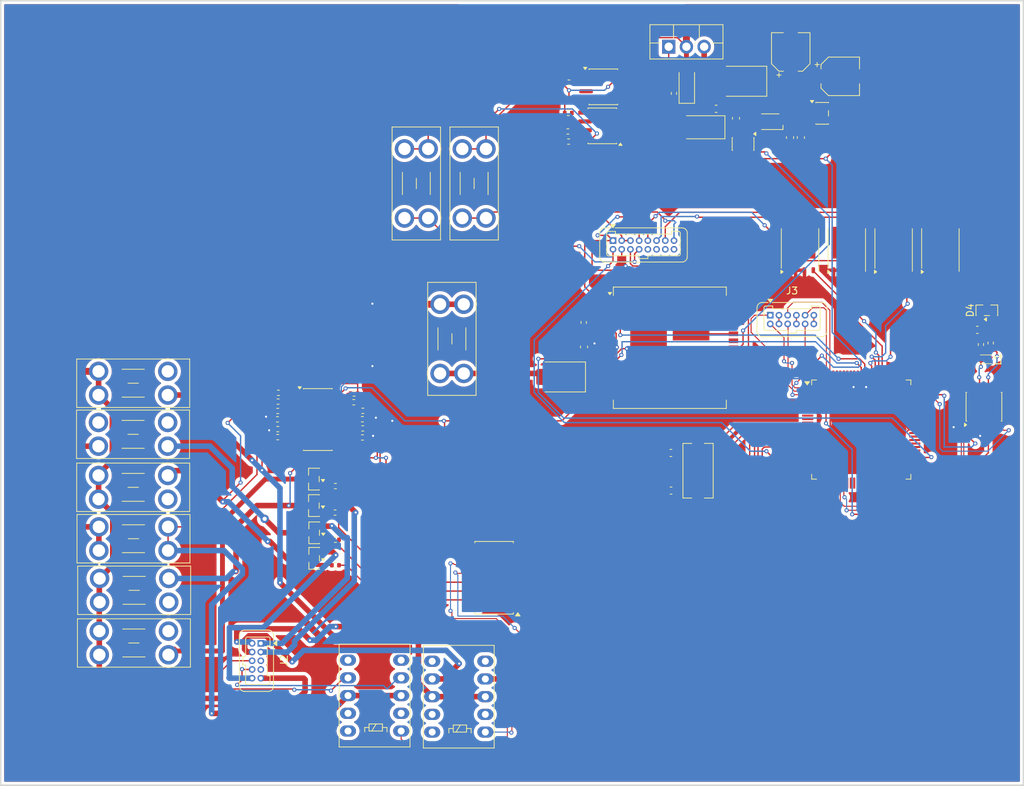
<source format=kicad_pcb>
(kicad_pcb (version 20241229) (generator "pcbnew") (generator_version "9.0")
  (layers (0 "F.Cu" signal) (2 "B.Cu" signal) (13 "F.Paste" user) (15 "B.Paste" user) (5 "F.SilkS" user "F.Silkscreen") (7 "B.SilkS" user "B.Silkscreen") (1 "F.Mask" user) (3 "B.Mask" user) (25 "Edge.Cuts" user))
  (net 0 "")
  (net 1 "Net-(D2-A1)")
  (net 2 "GND")
  (net 3 "Net-(U1-PF9)")
  (net 4 "Net-(U1-PF0)")
  (net 5 "Net-(U1-PF1)")
  (net 6 "Net-(U1.1-CP)")
  (net 7 "+5V")
  (net 8 "Net-(U3-SW)")
  (net 9 "Net-(U5-EN)")
  (net 10 "GND1")
  (net 11 "Net-(C7-Pad1)")
  (net 12 "Net-(D1-K)")
  (net 13 "+12V")
  (net 14 "Net-(D1.1-A1)")
  (net 15 "Net-(D1.1-A2)")
  (net 16 "Net-(D2-A2)")
  (net 17 "Net-(D4-K-Pad2)")
  (net 18 "Net-(D4-K-Pad1)")
  (net 19 "Net-(U0.1-IN-)")
  (net 20 "/A68")
  (net 21 "/A69")
  (net 22 "Net-(U0.2-IN+)")
  (net 23 "/A40")
  (net 24 "Net-(F3-Pad2)")
  (net 25 "/A39")
  (net 26 "/A35")
  (net 27 "/A38")
  (net 28 "/A90")
  (net 30 "/A70")
  (net 32 "/A65")
  (net 33 "/A91")
  (net 35 "/A67")
  (net 36 "/A64")
  (net 37 "/A66")
  (net 39 "/A0")
  (net 41 "/A6")
  (net 42 "/A1")
  (net 43 "/A2")
  (net 44 "/A3")
  (net 45 "/A4")
  (net 46 "/A5")
  (net 47 "+3.3VA")
  (net 48 "/A51")
  (net 49 "/A52")
  (net 50 "/A55")
  (net 51 "/A53")
  (net 52 "/A50")
  (net 53 "/A54")
  (net 56 "Net-(U6-O5)")
  (net 57 "Net-(U6-O6)")
  (net 60 "Net-(U4-CANL)")
  (net 61 "Net-(U4-CANH)")
  (net 62 "/A60")
  (net 63 "/A61")
  (net 64 "/A62")
  (net 65 "/A63")
  (net 66 "Net-(Q1-G)")
  (net 67 "Net-(Q2-G)")
  (net 68 "Net-(Q3-G)")
  (net 70 "Net-(Q4-G)")
  (net 71 "Net-(Q5-G)")
  (net 72 "/A87")
  (net 73 "Net-(U0.1-GND)")
  (net 74 "Net-(U0.1-REF1)")
  (net 75 "+3.3V")
  (net 76 "Net-(U0.2-REF1)")
  (net 77 "Net-(U0.2-GND)")
  (net 78 "Net-(R1-Pad1)")
  (net 79 "Net-(R2-Pad2)")
  (net 80 "Net-(R5-Pad1)")
  (net 81 "Net-(R6-Pad2)")
  (net 82 "Net-(R11-Pad2)")
  (net 83 "Net-(R10-Pad2)")
  (net 84 "Net-(U6-O2)")
  (net 85 "/A17")
  (net 86 "Net-(U6-O3)")
  (net 87 "Net-(U6-O4)")
  (net 88 "Net-(U6-O7)")
  (net 108 "/A85")
  (net 123 "/A30")
  (net 124 "/A15")
  (net 127 "/A88")
  (net 128 "/A16")
  (net 143 "/A33")
  (net 147 "/A89")
  (net 153 "Net-(U1-PF10)")
  (net 154 "/A32")
  (net 159 "/A86")
  (net 163 "/A31")
  (net 166 "/A14")
  (net 171 "/A34")
  (net 182 "/A25")
  (net 183 "/A22")
  (net 184 "/A24")
  (net 185 "/A26")
  (net 186 "/A21")
  (net 187 "/A20")
  (net 193 "/A36")
  (net 194 "/A37")
  (net 195 "Net-(Q3-D)")
  (footprint "Capacitor_SMD:C_0603_1608Metric" (layer "F.Cu") (at 162.49 29.75 90)
    (property "Reference" "C1" (hide yes))
    (property "Value" "C22uF" (hide yes))
  )
  (footprint "Capacitor_SMD:C_0603_1608Metric" (layer "F.Cu") (at 140.7 62.55 90)
    (property "Reference" "C1.5" (hide yes))
    (property "Value" "C10nf" (hide yes))
  )
  (footprint "Package_TO_SOT_SMD:TDSON-8-1" (layer "F.Cu") (at 171.67 48.65 90)
    (property "Reference" "Q0.1" (hide yes))
    (property "Value" "BSC340N08NS3G" (hide yes))
  )
  (footprint "Resistor_SMD:R_0402_1005Metric" (layer "F.Cu") (at 105 86.3 180)
    (property "Reference" "R17" (hide yes))
    (property "Value" "100R" (hide yes))
  )
  (footprint "Resistor_SMD:R_0402_1005Metric" (layer "F.Cu") (at 138.44 29)
    (property "Reference" "R0.3" (hide yes))
    (property "Value" "10K" (hide yes))
  )
  (footprint "Fuse:Fuseholder_Blade_Mini_Keystone_3568" (layer "F.Cu") (at 80.99 76.78 180)
    (property "Reference" "F3" (hide yes))
    (property "Value" "Fuse" (hide yes))
  )
  (footprint "Resistor_SMD:R_0402_1005Metric" (layer "F.Cu") (at 199.01 61.99 90)
    (property "Reference" "R19" (hide yes))
    (property "Value" "60R" (hide yes))
  )
  (footprint "Package_SO:SOIC-8_3.9x4.9mm_P1.27mm" (layer "F.Cu") (at 143.465 25.25)
    (property "Reference" "U0.1" (hide yes))
    (property "Value" "AD8418" (hide yes))
  )
  (footprint "Connector_Harwin:Harwin_Gecko-G125-FVX1205L0X_2x06_P1.25mm_Vertical" (layer "F.Cu") (at 167.4 58)
    (property "Reference" "J3")
    (property "Value" "Conn_02x06_Counter_Clockwise" (hide yes))
  )
  (footprint "Package_TO_SOT_SMD:SOT-23" (layer "F.Cu") (at 102 89.2 180)
    (property "Reference" "Q3" (hide yes))
    (property "Value" "Si2371EDS" (hide yes))
  )
  (footprint "Capacitor_SMD:CP_Elec_5x3" (layer "F.Cu") (at 177.44 23.75)
    (property "Reference" "C6" (hide yes))
    (property "Value" "C_47uF" (hide yes))
  )
  (footprint "Package_TO_SOT_SMD:SOT-23" (layer "F.Cu") (at 198.46 57.3 90)
    (property "Reference" "D4")
    (property "Value" "SZNUP2105L" (hide yes))
  )
  (footprint "Resistor_SMD:R_0402_1005Metric" (layer "F.Cu") (at 107.725 69.2325)
    (property "Reference" "R12" (hide yes))
    (property "Value" "100R" (hide yes))
  )
  (footprint "Resistor_SMD:R_0402_1005Metric" (layer "F.Cu") (at 105.05 90.2 180)
    (property "Reference" "R16" (hide yes))
    (property "Value" "100R" (hide yes))
  )
  (footprint "Resistor_SMD:R_0402_1005Metric" (layer "F.Cu") (at 197.61 62.2 90)
    (property "Reference" "R20" (hide yes))
    (property "Value" "60r" (hide yes))
  )
  (footprint "Package_SO:SOIC-16W_5.3x10.2mm_P1.27mm" (layer "F.Cu") (at 127.8 95.65 180)
    (property "Reference" "U6" (hide yes))
    (property "Value" "ULN2003A" (hide yes))
  )
  (footprint "Package_TO_SOT_THT:TO-220F-3_Vertical" (layer "F.Cu") (at 152.84 19.5)
    (property "Reference" "Q1" (hide yes))
    (property "Value" "IRF4905" (hide yes))
  )
  (footprint "Capacitor_SMD:C_0603_1608Metric" (layer "F.Cu") (at 197.085 60.1 180)
    (property "Reference" "C7" (hide yes))
    (property "Value" "C22uf" (hide yes))
  )
  (footprint "Fuse:Fuseholder_Blade_Mini_Keystone_3568" (layer "F.Cu") (at 118.35 34.15 -90)
    (property "Reference" "F0.2" (hide yes))
    (property "Value" "Fuse" (hide yes))
  )
  (footprint "Package_SO:SOIC-14_3.9x8.7mm_P1.27mm" (layer "F.Cu") (at 102.525 72.96)
    (property "Reference" "U2" (hide yes))
    (property "Value" "SN74LS07N" (hide yes))
  )
  (footprint "Diode_SMD:D_SMB" (layer "F.Cu") (at 137.25 66.85 180)
    (property "Reference" "D1.1" (hide yes))
    (property "Value" "SM6T30A" (hide yes))
  )
  (footprint "Capacitor_SMD:C_0603_1608Metric" (layer "F.Cu") (at 171.79 32.525 90)
    (property "Reference" "C5" (hide yes))
    (property "Value" "C0.1uF" (hide yes))
  )
  (footprint "Resistor_SMD:R_0402_1005Metric" (layer "F.Cu") (at 138.49 33.1)
    (property "Reference" "R0.5" (hide yes))
    (property "Value" "10K" (hide yes))
  )
  (footprint "Relay_THT:Relay_DPDT_FRT5" (layer "F.Cu") (at 126.545 117.78 180)
    (property "Reference" "K1" (hide yes))
    (property "Value" "AZ850P1-x" (hide yes))
  )
  (footprint "Resistor_SMD:R_0402_1005Metric" (layer "F.Cu") (at 108.975 71.71 180)
    (property "Reference" "R11" (hide yes))
    (property "Value" "100R" (hide yes))
  )
  (footprint "Resistor_SMD:R_0402_1005Metric" (layer "F.Cu") (at 96.875 69.1325)
    (property "Reference" "R2" (hide yes))
    (property "Value" "100R" (hide yes))
  )
  (footprint "Package_SO:ST_MultiPowerSO-30" (layer "F.Cu") (at 153 62.665)
    (property "Reference" "U1.1" (hide yes))
    (property "Value" "VNH5019A-E" (hide yes))
  )
  (footprint "Capacitor_SMD:C_0603_1608Metric" (layer "F.Cu") (at 170.24 32.525 90)
    (property "Reference" "C4" (hide yes))
    (property "Value" "C22uf" (hide yes))
  )
  (footprint "Fuse:Fuseholder_Blade_Mini_Keystone_3568" (layer "F.Cu") (at 81.15 99.15 180)
    (property "Reference" "F5" (hide yes))
    (property "Value" "Fuse" (hide yes))
  )
  (footprint "Resistor_SMD:R_0402_1005Metric" (layer "F.Cu") (at 96.775 75.4825)
    (property "Reference" "R7" (hide yes))
    (property "Value" "100R" (hide yes))
  )
  (footprint "Capacitor_SMD:C_0603_1608Metric" (layer "F.Cu") (at 159.64 28.4 180)
    (property "Reference" "C3" (hide yes))
    (property "Value" "C0.1uF" (hide yes))
  )
  (footprint "Package_TO_SOT_SMD:SOT-23" (layer "F.Cu") (at 102 92.8625 180)
    (property "Reference" "Q2" (hide yes))
    (property "Value" "Si2371EDS" (hide yes))
  )
  (footprint "Package_TO_SOT_SMD:SOT-23" (layer "F.Cu") (at 101.9625 85.3 180)
    (property "Reference" "Q5" (hide yes))
    (property "Value" "Si2371EDS" (hide yes))
  )
  (footprint "Resistor_SMD:R_0402_1005Metric" (layer "F.Cu") (at 96.735 72.9325 180)
    (property "Reference" "R1" (hide yes))
    (property "Value" "100R" (hide yes))
  )
  (footprint "Inductor_SMD:L_CommonModeChoke_TDK_ACM2520-2P" (layer "F.Cu") (at 167.4025 30.25 180)
    (property "Reference" "L2" (hide yes))
    (property "Value" "L_Ferrite_Coupled" (hide yes))
  )
  (footprint "Package_TO_SOT_SMD:TDSON-8-1" (layer "F.Cu") (at 185.09 48.65 90)
    (property "Reference" "Q0.3" (hide yes))
    (property "Value" "BSC340N08NS3G" (hide yes))
  )
  (footprint "Resistor_SMD:R_0402_1005Metric" (layer "F.Cu") (at 105.05 93.85 180)
    (property "Reference" "R14" (hide yes))
    (property "Value" "100R" (hide yes))
  )
  (footprint "Connector_Harwin:Harwin_Gecko-G125-FVX1005L0X_2x05_P1.25mm_Vertical" (layer "F.Cu") (at 94.35 105.05 -90)
    (property "Reference" "J2")
    (property "Value" "Conn_02x05_Counter_Clockwise" (hide yes))
  )
  (footprint "Inductor_SMD:L_CommonModeChoke_Coilcraft_0603USB" (layer "F.Cu") (at 198.315 64.325 90)
    (property "Reference" "L1")
    (property "Value" "L_Coupled" (hide yes))
  )
  (footprint "Fuse:Fuseholder_Blade_Mini_Keystone_3568" (layer "F.Cu") (at 71.19 103.3)
    (property "Reference" "F6" (hide yes))
    (property "Value" "Fuse" (hide yes))
  )
  (footprint "Connector_Harwin:Harwin_Gecko-G125-FVX1605L0X_2x08_P1.25mm_Vertical" (layer "F.Cu") (at 144.85 47.3)
    (property "Reference" "J1" (hide yes))
    (property "Value" "Conn_02x08_Counter_Clockwise" (hide yes))
  )
  (footprint "Diode_SMD:D_MiniMELF" (layer "F.Cu") (at 155.44 24.95 90)
    (property "Reference" "D1" (hide yes))
    (property "Value" "BZV55C15" (hide yes))
  )
  (footprint "Package_SO:SOIC-8_3.9x4.9mm_P1.27mm" (layer "F.Cu") (at 143.315 30.85 180)
    (property "Reference" "U0.2" (hide yes))
    (property "Value" "AD8418" (hide yes))
  )
  (footprint "Resistor_SMD:R_0402_1005Metric" (layer "F.Cu") (at 108.925 75.5325)
    (property "Reference" "R8" (hide yes))
    (property "Value" "100R" (hide yes))
  )
  (footprint "Capacitor_SMD:C_0603_1608Metric" (layer "F.Cu") (at 153.15 77.75 180)
    (property "Reference" "C1.2" (hide yes))
    (property "Value" "C10nf" (hide yes))
  )
  (footprint "Package_TO_SOT_SMD:SOT-23-5" (layer "F.Cu") (at 174.84 29.05)
    (property "Reference" "U5" (hide yes))
    (property "Value" "MIC5504-3.3YM5" (hide yes))
  )
  (footprint "Fuse:Fuseholder_Blade_Mini_Keystone_3568" (layer "F.Cu") (at 126.64 34.15 -90)
    (property "Reference" "F0.1" (hide yes))
    (property "Value" "Fuse" (hide yes))
  )
  (footprint "Capacitor_SMD:CP_Elec_5x3" (layer "F.Cu") (at 170.34 20.25 90)
    (property "Reference" "C2" (hide yes))
    (property "Value" "C_47uF" (hide yes))
  )
  (footprint "Fuse:Fuseholder_Blade_Mini_Keystone_3568" (layer "F.Cu") (at 123.45 56.43 -90)
    (property "Reference" "F1.1" (hide yes))
    (property "Value" "Fuse" (hide yes))
  )
  (footprint "Resistor_SMD:R_0402_1005Metric" (layer "F.Cu") (at 108.915 72.91)
    (property "Reference" "R9" (hide yes))
    (property "Value" "100R" (hide yes))
  )
  (footprint "Diode_SMD:D_SMA" (layer "F.Cu") (at 157.39 31.05 180)
    (property "Reference" "D3" (hide yes))
    (property "Value" "SMAJ18CA" (hide yes))
  )
  (footprint "Resistor_SMD:R_0402_1005Metric" (layer "F.Cu") (at 140.65 59.04 90)
    (property "Reference" "R0.1" (hide yes))
    (property "Value" "10K" (hide yes))
  )
  (footprint "Resistor_SMD:R_0402_1005Metric" (layer "F.Cu") (at 107.675 70.4825 180)
    (property "Reference" "R10" (hide yes))
    (property "Value" "100R" (hide yes))
  )
  (footprint "Relay_THT:Relay_DPDT_FRT5" (layer "F.Cu") (at 114.475 117.625 180)
    (property "Reference" "K2" (hide yes))
    (property "Value" "AZ850P1-x" (hide yes))
  )
  (footprint "Fuse:Fuseholder_Blade_Mini_Keystone_3568" (layer "F.Cu") (at 71.13 88.35)
    (property "Reference" "F4" (hide yes))
    (property "Value" "Fuse" (hide yes))
  )
  (footprint "Resistor_SMD:R_0402_1005Metric" (layer "F.Cu") (at 96.785 74.3325 180)
    (property "Reference" "R5" (hide yes))
    (property "Value" "100R" (hide yes))
  )
  (footprint "Resistor_SMD:R_0402_1005Metric" (layer "F.Cu") (at 108.965 74.2325 180)
    (property "Reference" "R6" (hide yes))
    (property "Value" "100R" (hide yes))
  )
  (footprint "Package_QFP:LQFP-100_14x14mm_P0.5mm" (layer "F.Cu") (at 180.45 74.4)
    (property "Reference" "U1" (hide yes))
    (property "Value" "STM32G431VBTx" (hide yes))
  )
  (footprint "Resistor_SMD:R_0402_1005Metric" (layer "F.Cu") (at 153.59 26.19 -90)
    (property "Reference" "R13" (hide yes))
    (property "Value" "R100K" (hide yes))
  )
  (footprint "Resistor_SMD:R_0402_1005Metric" (layer "F.Cu") (at 138.54 24.65)
    (property "Reference" "R0.2" (hide yes))
    (property "Value" "10K" (hide yes))
  )
  (footprint "Package_SO:SOIC-8_3.9x4.9mm_P1.27mm" (layer "F.Cu") (at 198.045 71.125 90)
    (property "Reference" "U4" (hide yes))
    (property "Value" "TJA1051T-E" (hide yes))
  )
  (footprint "Resistor_SMD:R_0402_1005Metric" (layer "F.Cu") (at 96.825 70.3825 180)
    (property "Reference" "R4" (hide yes))
    (property "Value" "100R" (hide yes))
  )
  (footprint "Package_TO_SOT_SMD:SOT-23-6" (layer "F.Cu") (at 163.5025 33.45 -90)
    (property "Reference" "U3" (hide yes))
    (property "Value" "TPS54202DDC" (hide yes))
  )
  (footprint "Resistor_SMD:R_0402_1005Metric" (layer "F.Cu") (at 96.775 71.7325)
    (property "Reference" "R3" (hide yes))
    (property "Value" "100R" (hide yes))
  )
  (footprint "Diode_SMD:D_SMB" (layer "F.Cu") (at 163.24 24.45 180)
    (property "Reference" "D2" (hide yes))
    (property "Value" "SM6T30A" (hide yes))
  )
  (footprint "Resistor_SMD:R_0402_1005Metric" (layer "F.Cu") (at 105.05 82.5)
    (property "Reference" "R18" (hide yes))
    (property "Value" "100R" (hide yes))
  )
  (footprint "Resistor_SMD:R_0402_1005Metric" (layer "F.Cu") (at 138.38 31.65 180)
    (property "Reference" "R0.4" (hide yes))
    (property "Value" "10K" (hide yes))
  )
  (footprint "Package_TO_SOT_SMD:TDSON-8-1" (layer "F.Cu") (at 178.38 48.65 90)
    (property "Reference" "Q0.2" (hide yes))
    (property "Value" "BSC340N08NS3G" (hide yes))
  )
  (footprint "Capacitor_SMD:C_0603_1608Metric" (layer "F.Cu") (at 153.175 83.15)
    (property "Reference" "C1.4" (hide yes))
    (property "Value" "C10nf" (hide yes))
  )
  (footprint "Crystal:Crystal_SMD_ECS_CSM3X-2Pin_7.6x4.1mm" (layer "F.Cu") (at 157.05 80.3 90)
    (property "Reference" "Y1" (hide yes))
    (property "Value" "Crystal" (hide yes))
  )
  (footprint "Fuse:Fuseholder_Blade_Mini_Keystone_3568" (layer "F.Cu") (at 81.01 84.38 180)
    (property "Reference" "F1" (hide yes))
    (property "Value" "Fuse" (hide yes))
  )
  (footprint "Package_TO_SOT_SMD:TDSON-8-1" (layer "F.Cu") (at 191.8 48.65 90)
    (property "Reference" "Q0.4" (hide yes))
    (property "Value" "BSC340N08NS3G" (hide yes))
  )
  (footprint "Package_TO_SOT_SMD:SOT-23" (layer "F.Cu") (at 101.9625 81.5 180)
    (property "Reference" "Q4" (hide yes))
    (property "Value" "Si2371EDS" (hide yes))
  )
  (footprint "Fuse:Fuseholder_Blade_Mini_Keystone_3568" (layer "F.Cu") (at 71.09 66.05)
    (property "Reference" "F2" (hide yes))
    (property "Value" "Fuse" (hide yes))
  )
  (gr_rect (start 57.05 12.9) (end 203.7 125.4) (stroke (width 0.2)) (fill no) (layer "Edge.Cuts"))
  (segment (start 110.6 72.65) (end 110.8 72.65) (width 0.2) (layer "F.Cu") (net 0))
  (segment (start 113.2 59.2) (end 110.35 56.35) (width 0.2) (layer "F.Cu") (net 0))
  (segment (start 110.8 72.65) (end 110.85 72.7) (width 0.2) (layer "F.Cu") (net 0))
  (segment (start 113.2 73.15) (end 113.2 59.2) (width 0.2) (layer "F.Cu") (net 0))
  (via (at 113.2 73.15) (size 0.6) (drill 0.3) (layers "F.Cu" "B.Cu") (net 0))
  (via (at 110.85 72.7) (size 0.6) (drill 0.3) (layers "F.Cu" "B.Cu") (net 0))
  (via (at 110.35 56.35) (size 0.6) (drill 0.3) (layers "F.Cu" "B.Cu") (net 0))
  (segment (start 112.85 73.15) (end 113.2 73.15) (width 0.2) (layer "B.Cu") (net 0))
  (segment (start 110.85 72.7) (end 112.4 72.7) (width 0.2) (layer "B.Cu") (net 0))
  (segment (start 112.4 72.7) (end 112.85 73.15) (width 0.2) (layer "B.Cu") (net 0))
  (segment (start 161.29 31.05) (end 160.415 30.175) (width 0.8) (layer "F.Cu") (net 1))
  (segment (start 162.515 30.5) (end 162.49 30.525) (width 0.2) (layer "F.Cu") (net 1))
  (segment (start 165.39 24.45) (end 167.99 24.45) (width 0.8) (layer "F.Cu") (net 1))
  (segment (start 168.49 27.95) (end 165.39 27.95) (width 0.8) (layer "F.Cu") (net 1))
  (segment (start 162.5525 30.5875) (end 162.49 30.525) (width 0.2) (layer "F.Cu") (net 1))
  (segment (start 168.74 25.2) (end 168.74 24.05) (width 0.8) (layer "F.Cu") (net 1))
  (segment (start 162.5525 32.3125) (end 162.5525 30.5875) (width 0.8) (layer "F.Cu") (net 1))
  (segment (start 160.415 30.175) (end 160.415 28.4) (width 0.8) (layer "F.Cu") (net 1))
  (segment (start 165.39 27.95) (end 164.09 29.25) (width 0.8) (layer "F.Cu") (net 1))
  (segment (start 164.09 30.5) (end 162.515 30.5) (width 0.8) (layer "F.Cu") (net 1))
  (segment (start 168.74 27.7) (end 168.49 27.95) (width 0.8) (layer "F.Cu") (net 1))
  (segment (start 168.74 24.05) (end 170.34 22.45) (width 0.8) (layer "F.Cu") (net 1))
  (segment (start 168.74 25.2) (end 168.74 27.7) (width 0.8) (layer "F.Cu") (net 1))
  (segment (start 167.99 24.45) (end 168.74 25.2) (width 0.8) (layer "F.Cu") (net 1))
  (segment (start 159.39 31.05) (end 161.29 31.05) (width 0.8) (layer "F.Cu") (net 1))
  (segment (start 161.29 31.05) (end 162.5525 32.3125) (width 0.8) (layer "F.Cu") (net 1))
  (segment (start 164.09 29.25) (end 164.09 30.5) (width 0.8) (layer "F.Cu") (net 1))
  (segment (start 184.7 71.808824) (end 184.7 68.9) (width 0.2) (layer "F.Cu") (net 2))
  (segment (start 197.5 75.3) (end 197.5 73.69) (width 0.2) (layer "F.Cu") (net 2))
  (segment (start 173.608824 79.4) (end 172.775 79.4) (width 0.2) (layer "F.Cu") (net 2))
  (segment (start 193.35 74.4) (end 193.7 74.05) (width 0.2) (layer "F.Cu") (net 2))
  (segment (start 176.001 77.007824) (end 173.608824 79.4) (width 0.2) (layer "F.Cu") (net 2))
  (segment (start 187.291176 74.4) (end 184.7 71.808824) (width 0.2) (layer "F.Cu") (net 2))
  (segment (start 96.275 74.3325) (end 95.7175 74.3325) (width 0.2) (layer "F.Cu") (net 2))
  (segment (start 188.125 74.4) (end 187.291176 74.4) (width 0.2) (layer "F.Cu") (net 2))
  (segment (start 171.441 27.142968) (end 171.441 19.151) (width 0.2) (layer "F.Cu") (net 2))
  (segment (start 146.1 48.55) (end 146.1 50.4) (width 0.2) (layer "F.Cu") (net 2))
  (segment (start 174.95 66.725) (end 174.95 67.558824) (width 0.2) (layer "F.Cu") (net 2))
  (segment (start 110.2165 75.5325) (end 110.449 75.3) (width 0.2) (layer "F.Cu") (net 2))
  (segment (start 148.745 91.205) (end 149.35 90.6) (width 0.2) (layer "F.Cu") (net 2))
  (segment (start 173.7025 29.05) (end 173.348032 29.05) (width 0.2) (layer "F.Cu") (net 2))
  (segment (start 140.975 62.05) (end 140.7 61.775) (width 0.2) (layer "F.Cu") (net 2))
  (segment (start 95.7175 74.3325) (end 95.55 74.5) (width 0.2) (layer "F.Cu") (net 2))
  (segment (start 187.291176 74.4) (end 185.45 76.241176) (width 0.2) (layer "F.Cu") (net 2))
  (segment (start 171.441 19.151) (end 170.34 18.05) (width 0.2) (layer "F.Cu") (net 2))
  (segment (start 174.95 67.85) (end 176.001 68.901) (width 0.2) (layer "F.Cu") (net 2))
  (segment (start 109.435 75.5325) (end 110.2165 75.5325) (width 0.2) (layer "F.Cu") (net 2))
  (segment (start 166.2525 29.6) (end 166.8025 29.05) (width 0.2) (layer "F.Cu") (net 2))
  (segment (start 176.001 68.901) (end 176.001 77.007824) (width 0.2) (layer "F.Cu") (net 2))
  (segment (start 176.291176 68.9) (end 184.7 68.9) (width 0.2) (layer "F.Cu") (net 2))
  (segment (start 184.7 68.9) (end 188.125 68.9) (width 0.2) (layer "F.Cu") (net 2))
  (segment (start 146.1 50.4) (end 146.65 50.95) (width 0.2) (layer "F.Cu") (net 2))
  (segment (start 174.95 66.725) (end 174.95 67.85) (width 0.2) (layer "F.Cu") (net 2))
  (segment (start 142.2 62.05) (end 140.975 62.05) (width 0.2) (layer "F.Cu") (net 2))
  (segment (start 185.45 76.241176) (end 185.45 82.075) (width 0.2) (layer "F.Cu") (net 2))
  (segment (start 197.5 73.69) (end 197.41 73.6) (width 0.2) (layer "F.Cu") (net 2))
  (segment (start 173.348032 29.05) (end 171.441 27.142968) (width 0.2) (layer "F.Cu") (net 2))
  (segment (start 188.125 74.4) (end 193.35 74.4) (width 0.2) (layer "F.Cu") (net 2))
  (segment (start 166.8025 29.05) (end 173.7025 29.05) (width 0.2) (layer "F.Cu") (net 2))
  (segment (start 174.95 67.558824) (end 176.291176 68.9) (width 0.2) (layer "F.Cu") (net 2))
  (via (at 110.35 65.3) (size 0.6) (drill 0.3) (layers "F.Cu" "B.Cu") (net 2))
  (via (at 193.7 74.05) (size 0.6) (drill 0.3) (layers "F.Cu" "B.Cu") (net 2))
  (via (at 110.449 75.3) (size 0.6) (drill 0.3) (layers "F.Cu" "B.Cu") (net 2))
  (via (at 95.55 74.5) (size 0.6) (drill 0.3) (layers "F.Cu" "B.Cu") (net 2))
  (via (at 197.5 75.3) (size 0.6) (drill 0.3) (layers "F.Cu" "B.Cu") (net 2))
  (via (at 95.1 72.55) (size 0.6) (drill 0.3) (layers "F.Cu" "B.Cu") (net 2))
  (via (at 146.65 50.95) (size 0.6) (drill 0.3) (layers "F.Cu" "B.Cu") (net 2))
  (via (at 142.2 62.05) (size 0.6) (drill 0.3) (layers "F.Cu" "B.Cu") (net 2))
  (segment (start 146.65 57.6) (end 142.2 62.05) (width 0.2) (layer "B.Cu") (net 2))
  (segment (start 105.899 70.75) (end 105.899 68.251057) (width 0.2) (layer "B.Cu") (net 2))
  (segment (start 146.65 50.95) (end 146.65 57.6) (width 0.2) (layer "B.Cu") (net 2))
  (segment (start 95.55 74.5) (end 95.55 73) (width 0.2) (layer "B.Cu") (net 2))
  (segment (start 95.55 73) (end 95.1 72.55) (width 0.2) (layer "B.Cu") (net 2))
  (segment (start 110.449 75.3) (end 105.899 70.75) (width 0.2) (layer "B.Cu") (net 2))
  (segment (start 196.25 74.05) (end 197.5 75.3) (width 0.2) (layer "B.Cu") (net 2))
  (segment (start 108.850057 65.3) (end 110.35 65.3) (width 0.2) (layer "B.Cu") (net 2))
  (segment (start 193.7 74.05) (end 196.25 74.05) (width 0.2) (layer "B.Cu") (net 2))
  (segment (start 105.899 68.251057) (end 108.850057 65.3) (width 0.2) (layer "B.Cu") (net 2))
  (segment (start 157.05 77.55) (end 158.55 77.55) (width 0.2) (layer "F.Cu") (net 4))
  (segment (start 157.05 77.55) (end 154.125 77.55) (width 0.2) (layer "F.Cu") (net 4))
  (segment (start 154.125 77.55) (end 153.925 77.75) (width 0.2) (layer "F.Cu") (net 4))
  (segment (start 158.55 77.55) (end 162.2 73.9) (width 0.2) (layer "F.Cu") (net 4))
  (segment (start 162.2 73.9) (end 172.775 73.9) (width 0.2) (layer "F.Cu") (net 4))
  (segment (start 154.05 83.05) (end 153.95 83.15) (width 0.2) (layer "F.Cu") (net 5))
  (segment (start 159.75 78.85) (end 159.75 82.15) (width 0.2) (layer "F.Cu") (net 5))
  (segment (start 157.05 83.05) (end 154.05 83.05) (width 0.2) (layer "F.Cu") (net 5))
  (segment (start 158.85 83.05) (end 157.05 83.05) (width 0.2) (layer "F.Cu") (net 5))
  (segment (start 172.775 74.4) (end 164.2 74.4) (width 0.2) (layer "F.Cu") (net 5))
  (segment (start 159.75 82.15) (end 158.85 83.05) (width 0.2) (layer "F.Cu") (net 5))
  (segment (start 164.2 74.4) (end 159.75 78.85) (width 0.2) (layer "F.Cu") (net 5))
  (segment (start 140.7 63.325) (end 143.04 65.665) (width 0.2) (layer "F.Cu") (net 6))
  (segment (start 143.04 65.665) (end 143.875 65.665) (width 0.2) (layer "F.Cu") (net 6))
  (segment (start 120.7 73.35) (end 120.7 73.25) (width 0.2) (layer "F.Cu") (net 7))
  (segment (start 124.55 91.205) (end 120.7 87.355) (width 0.2) (layer "F.Cu") (net 7))
  (segment (start 164.4525 34.5875) (end 166.6375 34.5875) (width 0.2) (layer "F.Cu") (net 7))
  (segment (start 120.7 73.25) (end 120.6 73.15) (width 0.2) (layer "F.Cu") (net 7))
  (segment (start 163.5 60.2) (end 163.5 62.165) (width 0.2) (layer "F.Cu") (net 7))
  (segment (start 165.24 33.8) (end 167.94 33.8) (width 0.2) (layer "F.Cu") (net 7))
  (segment (start 164.4525 34.5875) (end 165.24 33.8) (width 0.2) (layer "F.Cu") (net 7))
  (segment (start 143.875 67.665) (end 143 67.665) (width 0.2) (layer "F.Cu") (net 7))
  (segment (start 141.515 57.665) (end 143.875 57.665) (width 0.2) (layer "F.Cu") (net 7))
  (segment (start 149.95 62.665) (end 144.95 57.665) (width 0.2) (layer "F.Cu") (net 7))
  (segment (start 137.515 73.15) (end 120.6 73.15) (width 0.2) (layer "F.Cu") (net 7))
  (segment (start 105 69.15) (end 105.85 69.15) (width 0.2) (layer "F.Cu") (net 7))
  (segment (start 163.5 62.165) (end 163 62.665) (width 0.2) (layer "F.Cu") (net 7))
  (segment (start 120.7 87.355) (end 120.7 73.35) (width 0.2) (layer "F.Cu") (net 7))
  (segment (start 105.85 69.15) (end 106.5 68.5) (width 0.2) (layer "F.Cu") (net 7))
  (segment (start 149.95 62.665) (end 162.125 62.665) (width 0.2) (layer "F.Cu") (net 7))
  (segment (start 168.44 33.3) (end 171.79 33.3) (width 0.2) (layer "F.Cu") (net 7))
  (segment (start 163 62.665) (end 162.125 62.665) (width 0.2) (layer "F.Cu") (net 7))
  (segment (start 143 67.665) (end 137.515 73.15) (width 0.2) (layer "F.Cu") (net 7))
  (segment (start 167.94 33.8) (end 168.44 33.3) (width 0.2) (layer "F.Cu") (net 7))
  (segment (start 140.65 58.53) (end 141.515 57.665) (width 0.2) (layer "F.Cu") (net 7))
  (segment (start 144.95 57.665) (end 143.875 57.665) (width 0.2) (layer "F.Cu") (net 7))
  (segment (start 166.6375 34.5875) (end 166.85 34.8) (width 0.2) (layer "F.Cu") (net 7))
  (segment (start 144.95 67.665) (end 149.95 62.665) (width 0.2) (layer "F.Cu") (net 7))
  (segment (start 143.875 67.665) (end 144.95 67.665) (width 0.2) (layer "F.Cu") (net 7))
  (via (at 163.5 60.2) (size 0.6) (drill 0.3) (layers "F.Cu" "B.Cu") (net 7))
  (via (at 120.6 73.15) (size 0.6) (drill 0.3) (layers "F.Cu" "B.Cu") (net 7))
  (via (at 106.5 68.5) (size 0.6) (drill 0.3) (layers "F.Cu" "B.Cu") (net 7))
  (via (at 166.85 34.8) (size 0.6) (drill 0.3) (layers "F.Cu" "B.Cu") (net 7))
  (segment (start 166.85 34.8) (end 175.875057 43.825057) (width 0.2) (layer "B.Cu") (net 7))
  (segment (start 106.6 68.4) (end 106.5 68.5) (width 0.2) (layer "B.Cu") (net 7))
  (segment (start 110.25 68.4) (end 106.6 68.4) (width 0.2) (layer "B.Cu") (net 7))
  (segment (start 120.6 73.15) (end 115 73.15) (width 0.2) (layer "B.Cu") (net 7))
  (segment (start 115 73.15) (end 110.25 68.4) (width 0.2) (layer "B.Cu") (net 7))
  (segment (start 175.875057 47.824943) (end 163.5 60.2) (width 0.2) (layer "B.Cu") (net 7))
  (segment (start 175.875057 43.825057) (end 175.875057 47.824943) (width 0.2) (layer "B.Cu") (net 7))
  (segment (start 164.111532 33.276) (end 167.014 33.276) (width 0.2) (layer "F.Cu") (net 8))
  (segment (start 169.315 30.975) (end 169.465 30.975) (width 0.2) (layer "F.Cu") (net 8))
  (segment (start 169.465 30.975) (end 170.24 31.75) (width 0.2) (layer "F.Cu") (net 8))
  (segment (start 163.5025 32.3125) (end 163.5025 32.666968) (width 0.2) (layer "F.Cu") (net 8))
  (segment (start 169.39 30.9) (end 169.465 30.975) (width 0.2) (layer "F.Cu") (net 8))
  (segment (start 163.5025 32.666968) (end 164.111532 33.276) (width 0.2) (layer "F.Cu") (net 8))
  (segment (start 170.24 31.75) (end 171.79 31.75) (width 0.2) (layer "F.Cu") (net 8))
  (segment (start 167.014 33.276) (end 169.315 30.975) (width 0.2) (layer "F.Cu") (net 8))
  (segment (start 168.5525 30.9) (end 169.39 30.9) (width 0.2) (layer "F.Cu") (net 8))
  (segment (start 170.39 29.6) (end 170.94 30.15) (width 0.2) (layer "F.Cu") (net 9))
  (segment (start 174.54 28.1) (end 174.79 28.35) (width 0.2) (layer "F.Cu") (net 9))
  (segment (start 174.69 30) (end 173.7025 30) (width 0.2) (layer "F.Cu") (net 9))
  (segment (start 175.24 23.75) (end 173.7025 25.2875) (width 0.2) (layer "F.Cu") (net 9))
  (segment (start 174.79 29.9) (end 174.69 30) (width 0.2) (layer "F.Cu") (net 9))
  (segment (start 170.94 30.15) (end 173.5525 30.15) (width 0.2) (layer "F.Cu") (net 9))
  (segment (start 173.7025 25.2875) (end 173.7025 28.1) (width 0.2) (layer "F.Cu") (net 9))
  (segment (start 173.5525 30.15) (end 173.7025 30) (width 0.2) (layer "F.Cu") (net 9))
  (segment (start 168.5525 29.6) (end 170.39 29.6) (width 0.2) (layer "F.Cu") (net 9))
  (segment (start 173.7025 28.1) (end 174.54 28.1) (width 0.2) (layer "F.Cu") (net 9))
  (segment (start 174.79 28.35) (end 174.79 29.9) (width 0.2) (layer "F.Cu") (net 9))
  (segment (start 197.86 60.33) (end 199.01 61.48) (width 0.2) (layer "F.Cu") (net 11))
  (segment (start 197.75 61.55) (end 197.61 61.69) (width 0.2) (layer "F.Cu") (net 11))
  (segment (start 198.94 61.55) (end 197.75 61.55) (width 0.2) (layer "F.Cu") (net 11))
  (segment (start 199.01 61.48) (end 198.94 61.55) (width 0.2) (layer "F.Cu") (net 11))
  (segment (start 197.86 60.1) (end 197.86 60.33) (width 0.2) (layer "F.Cu") (net 11))
  (segment (start 153.59 26.7) (end 155.44 26.7) (width 0.2) (layer "F.Cu") (net 12))
  (segment (start 73.061 78.809) (end 71.04 80.83) (width 0.8) (layer "F.Cu") (net 13))
  (segment (start 100.7 110.25) (end 100.7 111.95) (width 0.8) (layer "F.Cu") (net 13))
  (segment (start 71.23 95.75) (end 73.121 93.859) (width 0.8) (layer "F.Cu") (net 13))
  (segment (start 64.55 65.25) (end 64.55 57) (width 1) (layer "F.Cu") (net 13))
  (segment (start 71.09 69.45) (end 71.09 66.05) (width 0.8) (layer "F.Cu") (net 13))
  (segment (start 155.38 19.5) (end 155.38 23.14) (width 0.7) (layer "F.Cu") (net 13))
  (segment (start 64.55 57) (end 67.6 53.95) (width 1) (layer "F.Cu") (net 13))
  (segment (start 71.19 95.79) (end 71.23 95.75) (width 0.8) (layer "F.Cu") (net 13))
  (segment (start 154.4 14.25) (end 154.4 14.4) (width 0.8) (layer "F.Cu") (net 13))
  (segment (start 94.35 110.05) (end 100.5 110.05) (width 0.8) (layer "F.Cu") (net 13))
  (segment (start 120.05 56.43) (end 123.45 56.43) (width 0.8) (layer "F.Cu") (net 13))
  (segment (start 72.65 112.95) (end 71.19 111.49) (width 0.8) (layer "F.Cu") (net 13))
  (segment (start 155.38 15.38) (end 155.38 19.5) (width 1) (layer "F.Cu") (net 13))
  (segment (start 148.4925 31.027499) (end 148.4925 20.7925) (width 0.2) (layer "F.Cu") (net 13))
  (segment (start 67.6 53.95) (end 112.55 53.95) (width 1) (layer "F.Cu") (net 13))
  (segment (start 73.121 93.859) (end 73.121 86.411) (width 0.8) (layer "F.Cu") (net 13))
  (segment (start 100.5 110.05) (end 100.7 110.25) (width 0.8) (layer "F.Cu") (net 13))
  (segment (start 155.38 23.14) (end 155.44 23.2) (width 0.2) (layer "F.Cu") (net 13))
  (segment (start 99.7 112.95) (end 72.65 112.95) (width 0.8) (layer "F.Cu") (net 13))
  (segment (start 65.35 66.05) (end 64.55 65.25) (width 1) (layer "F.Cu") (net 13))
  (segment (start 112.9 53.95) (end 115.38 56.43) (width 1) (layer "F.Cu") (net 13))
  (segment (start 123.5 14.25) (end 154.4 14.25) (width 1) (layer "F.Cu") (net 13))
  (segment (start 71.09 81.32) (end 71.11 81.34) (width 0.2) (layer "F.Cu") (net 13))
  (segment (start 71.19 103.3) (end 71.19 95.79) (width 0.8) (layer "F.Cu") (net 13))
  (segment (start 100.7 111.95) (end 99.7 112.95) (width 0.8) (layer "F.Cu") (net 13))
  (segment (start 71.09 80.98) (end 71.09 84.38) (width 0.8) (layer "F.Cu") (net 13))
  (segment (start 145.94 23.345) (end 148.4925 20.7925) (width 0.2) (layer "F.Cu") (net 13))
  (segment (start 73.121 86.411) (end 71.09 84.38) (width 0.8) (layer "F.Cu") (net 13))
  (segment (start 71.19 103.3) (end 71.19 106.7) (width 0.8) (layer "F.Cu") (net 13))
  (segment (start 71.19 111.49) (end 71.19 106.7) (width 0.8) (layer "F.Cu") (net 13))
  (segment (start 154.079 18.199) (end 155.38 19.5) (width 0.2) (layer "F.Cu") (net 13))
  (segment (start 112.55 25.2) (end 123.5 14.25) (width 1) (layer "F.Cu") (net 13))
  (segment (start 71.09 66.05) (end 65.35 66.05) (width 1) (layer "F.Cu") (net 13))
  (segment (start 112.55 53.95) (end 112.55 25.2) (width 1) (layer "F.Cu") (net 13))
  (segment (start 154.4 14.4) (end 155.38 15.38) (width 1) (layer "F.Cu") (net 13))
  (segment (start 71.09 69.45) (end 73.061 71.421) (width 0.8) (layer "F.Cu") (net 13))
  (segment (start 146.764999 32.755) (end 148.4925 31.027499) (width 0.2) (layer "F.Cu") (net 13))
  (segment (start 112.55 53.95) (end 112.9 53.95) (width 0.8) (layer "F.Cu") (net 13))
  (segment (start 151.086 18.199) (end 154.079 18.199) (width 0.2) (layer "F.Cu") (net 13))
  (segment (start 148.4925 20.7925) (end 151.086 18.199) (width 0.2) (layer "F.Cu") (net 13))
  (segment (start 73.061 71.421) (end 73.061 78.809) (width 0.8) (layer "F.Cu") (net 13))
  (segment (start 115.38 56.43) (end 120.05 56.43) (width 1) (layer "F.Cu") (net 13))
  (segment (start 145.79 32.755) (end 146.764999 32.755) (width 0.2) (layer "F.Cu") (net 13))
  (segment (start 71.04 84.23) (end 71.04 80.83) (width 0.2) (layer "F.Cu") (net 13))
  (segment (start 139.4 66.85) (end 143.69 66.85) (width 0.15) (layer "F.Cu") (net 14))
  (segment (start 143.69 66.85) (end 143.875 66.665) (width 0.15) (layer "F.Cu") (net 14))
  (segment (start 134.6 66.35) (end 135.1 66.85) (width 0.8) (layer "F.Cu") (net 15))
  (segment (start 120.05 66.35) (end 134.6 66.35) (width 0.8) (layer "F.Cu") (net 15))
  (segment (start 157.92 23.88) (end 158.49 24.45) (width 0.8) (layer "F.Cu") (net 16))
  (segment (start 157.92 19.5) (end 157.92 23.88) (width 0.8) (layer "F.Cu") (net 16))
  (segment (start 158.49 24.45) (end 161.09 24.45) (width 0.8) (layer "F.Cu") (net 16))
  (segment (start 198.662694 64.6) (end 198.97 64.6) (width 0.2) (layer "F.Cu") (net 17))
  (segment (start 199.71 58.5375) (end 199.71 61.8) (width 0.2) (layer "F.Cu") (net 17))
  (segment (start 199.01 62.5) (end 198.379 63.131) (width 0.2) (layer "F.Cu") (net 17))
  (segment (start 198.379 63.131) (end 198.379 64.316306) (width 0.2) (layer "F.Cu") (net 17))
  (segment (start 199.71 61.8) (end 199.01 62.5) (width 0.2) (layer "F.Cu") (net 17))
  (segment (start 198.379 64.316306) (end 198.662694 64.6) (width 0.2) (layer "F.Cu") (net 17))
  (segment (start 199.41 58.2375) (end 199.71 58.5375) (width 0.2) (layer "F.Cu") (net 17))
  (segment (start 197.51 58.2375) (end 196.989 58.7585) (width 0.2) (layer "F.Cu") (net 18))
  (segment (start 196.989 62.089) (end 197.61 62.71) (width 0.2) (layer "F.Cu") (net 18))
  (segment (start 196.989 58.7585) (end 196.989 62.089) (width 0.2) (layer "F.Cu") (net 18))
  (segment (start 197.61 64) (end 197.66 64.05) (width 0.2) (layer "F.Cu") (net 18))
  (segment (start 197.61 62.71) (end 197.61 64) (width 0.2) (layer "F.Cu") (net 18))
  (segment (start 126.64 31.16) (end 126.64 34.15) (width 0.2) (layer "F.Cu") (net 19))
  (segment (start 134.455 23.345) (end 126.64 31.16) (width 0.2) (layer "F.Cu") (net 19))
  (segment (start 126.64 34.15) (end 123.24 34.15) (width 0.2) (layer "F.Cu") (net 19))
  (segment (start 140.99 23.345) (end 134.455 23.345) (width 0.2) (layer "F.Cu") (net 19))
  (segment (start 127.511 43.199) (end 151.198943 43.199) (width 0.2) (layer "F.Cu") (net 20))
  (segment (start 126.64 44.07) (end 127.511 43.199) (width 0.2) (layer "F.Cu") (net 20))
  (segment (start 152.35 44.350057) (end 152.35 44.45) (width 0.2) (layer "F.Cu") (net 20))
  (segment (start 123.24 44.07) (end 126.64 44.07) (width 0.2) (layer "F.Cu") (net 20))
  (segment (start 151.198943 43.199) (end 152.35 44.350057) (width 0.2) (layer "F.Cu") (net 20))
  (via (at 152.35 44.45) (size 0.6) (drill 0.3) (layers "F.Cu" "B.Cu") (net 20))
  (segment (start 152.35 44.45) (end 153.6 44.45) (width 0.2) (layer "B.Cu") (net 20))
  (segment (start 153.6 44.95) (end 153.6 47.3) (width 0.2) (layer "B.Cu") (net 20))
  (segment (start 153.6 44.45) (end 153.85 44.7) (width 0.2) (layer "B.Cu") (net 20))
  (segment (start 153.85 44.7) (end 153.6 44.95) (width 0.2) (layer "B.Cu") (net 20))
  (segment (start 147.95 50.35) (end 147.95 49.2) (width 0.2) (layer "F.Cu") (net 21))
  (segment (start 114.95 44.07) (end 118.35 44.07) (width 0.2) (layer "F.Cu") (net 21))
  (segment (start 118.35 44.07) (end 122.38 48.1) (width 0.2) (layer "F.Cu") (net 21))
  (segment (start 122.38 48.1) (end 140 48.1) (width 0.2) (layer "F.Cu") (net 21))
  (segment (start 147.95 49.2) (end 148.6 48.55) (width 0.2) (layer "F.Cu") (net 21))
  (via (at 140 48.1) (size 0.6) (drill 0.3) (layers "F.Cu" "B.Cu") (net 21))
  (via (at 147.95 50.35) (size 0.6) (drill 0.3) (layers "F.Cu" "B.Cu") (net 21))
  (segment (start 140 48.1) (end 142.25 50.35) (width 0.2) (layer "B.Cu") (net 21))
  (segment (start 142.25 50.35) (end 147.95 50.35) (width 0.2) (layer "B.Cu") (net 21))
  (segment (start 142.55 31.95) (end 141.745 32.755) (width 0.2) (layer "F.Cu") (net 22))
  (segment (start 141.745 32.755) (end 140.84 32.755) (width 0.2) (layer "F.Cu") (net 22))
  (segment (start 128.00147 28.95) (end 128.525735 28.425735) (width 0.2) (layer "F.Cu") (net 22))
  (segment (start 118.35 34.15) (end 118.35 30.4) (width 0.2) (layer "F.Cu") (net 22))
  (segment (start 118.35 30.4) (end 119.8 28.95) (width 0.2) (layer "F.Cu") (net 22))
  (segment (start 119.8 28.95) (end 128.00147 28.95) (width 0.2) (layer "F.Cu") (net 22))
  (segment (start 114.95 34.15) (end 118.35 34.15) (width 0.2) (layer "F.Cu") (net 22))
  (via (at 142.55 31.95) (size 0.6) (drill 0.3) (layers "F.Cu" "B.Cu") (net 22))
  (via (at 128.525735 28.425735) (size 0.6) (drill 0.3) (layers "F.Cu" "B.Cu") (net 22))
  (segment (start 139.025735 28.425735) (end 142.55 31.95) (width 0.2) (layer "B.Cu") (net 22))
  (segment (start 128.525735 28.425735) (end 139.025735 28.425735) (width 0.2) (layer "B.Cu") (net 22))
  (segment (start 116.95 110.725) (end 118.925 112.7) (width 0.8) (layer "F.Cu") (net 23))
  (segment (start 94.525 74.6325) (end 94.525 80.225) (width 0.2) (layer "F.Cu") (net 23))
  (segment (start 97.1 96.35) (end 105.1 104.35) (width 0.8) (layer "F.Cu") (net 23))
  (segment (start 83.75 69.45) (end 93.1 78.8) (width 0.8) (layer "F.Cu") (net 23))
  (segment (start 105.1 104.35) (end 116.95 104.35) (width 0.8) (layer "F.Cu") (net 23))
  (segment (start 96.225 72.9325) (end 94.525 74.6325) (width 0.2) (layer "F.Cu") (net 23))
  (segment (start 116.95 104.35) (end 116.95 110.725) (width 0.8) (layer "F.Cu") (net 23))
  (segment (start 126.545 112.7) (end 118.925 112.7) (width 0.8) (layer "F.Cu") (net 23))
  (segment (start 81.01 69.45) (end 83.75 69.45) (width 0.8) (layer "F.Cu") (net 23))
  (via (at 93.1 78.8) (size 0.6) (drill 0.3) (layers "F.Cu" "B.Cu") (net 23))
  (via (at 97.1 96.35) (size 0.6) (drill 0.3) (layers "F.Cu" "B.Cu") (net 23))
  (via (at 94.525 80.225) (size 0.6) (drill 0.3) (layers "F.Cu" "B.Cu") (net 23))
  (segment (start 97.1 82.8) (end 97.1 96.35) (width 0.8) (layer "B.Cu") (net 23))
  (segment (start 94.525 80.225) (end 97.1 82.8) (width 0.8) (layer "B.Cu") (net 23))
  (segment (start 93.1 78.8) (end 94.525 80.225) (width 0.8) (layer "B.Cu") (net 23))
  (segment (start 67.73 88.35) (end 66.3 86.92) (width 0.8) (layer "F.Cu") (net 24))
  (segment (start 67.72 76.78) (end 66.3 78.2) (width 0.8) (layer "F.Cu") (net 24))
  (segment (start 66.3 78.2) (end 66.3 86.92) (width 0.8) (layer "F.Cu") (net 24))
  (segment (start 71.13 88.35) (end 67.73 88.35) (width 0.8) (layer "F.Cu") (net 24))
  (segment (start 71.13 91.75) (end 71.13 88.35) (width 0.8) (layer "F.Cu") (net 24))
  (segment (start 71.07 76.78) (end 67.72 76.78) (width 0.8) (layer "F.Cu") (net 24))
  (segment (start 96.365 69.1325) (end 93.801 71.6965) (width 0.2) (layer "F.Cu") (net 25))
  (segment (start 93.801 71.6965) (end 93.801 80.840364) (width 0.2) (layer "F.Cu") (net 25))
  (segment (start 81.05 88.35) (end 81.05 91.75) (width 0.2) (layer "F.Cu") (net 25))
  (segment (start 106.855 112.545) (end 114.475 112.545) (width 0.8) (layer "F.Cu") (net 25))
  (segment (start 104.3 115.1) (end 87.3 115.1) (width 0.8) (layer "F.Cu") (net 25))
  (segment (start 106.855 112.545) (end 104.3 115.1) (width 0.8) (layer "F.Cu") (net 25))
  (segment (start 93.801 80.840364) (end 86.291364 88.35) (width 0.2) (layer "F.Cu") (net 25))
  (segment (start 86.291364 88.35) (end 81.05 88.35) (width 0.2) (layer "F.Cu") (net 25))
  (via (at 87.3 115.1) (size 0.6) (drill 0.3) (layers "F.Cu" "B.Cu") (net 25))
  (segment (start 91.701 94.376793) (end 89.074207 91.75) (width 0.8) (layer "B.Cu") (net 25))
  (segment (start 87.3 115.1) (end 87.3 99.524207) (width 0.8) (layer "B.Cu") (net 25))
  (segment (start 87.3 99.524207) (end 91.701 95.123207) (width 0.8) (layer "B.Cu") (net 25))
  (segment (start 91.701 95.123207) (end 91.701 94.376793) (width 0.8) (layer "B.Cu") (net 25))
  (segment (start 89.074207 91.75) (end 81.05 91.75) (width 0.8) (layer "B.Cu") (net 25))
  (segment (start 129.850001 98.825) (end 126.051 95.025999) (width 0.2) (layer "F.Cu") (net 26))
  (segment (start 151.825 98.825) (end 131.05 98.825) (width 0.2) (layer "F.Cu") (net 26))
  (segment (start 100.75 78.45) (end 98.55 80.65) (width 0.2) (layer "F.Cu") (net 26))
  (segment (start 109.475 74.2325) (end 110.9315 74.2325) (width 0.2) (layer "F.Cu") (net 26))
  (segment (start 90.8 88.3) (end 90.8 94.75) (width 0.8) (layer "F.Cu") (net 26))
  (segment (start 111.049 74.35) (end 111.049 78.45) (width 0.2) (layer "F.Cu") (net 26))
  (segment (start 93.8 85.3) (end 91.55 87.55) (width 0.8) (layer "F.Cu") (net 26))
  (segment (start 98.35 85.3) (end 93.8 85.3) (width 0.8) (layer "F.Cu") (net 26))
  (segment (start 175.65855 88.75855) (end 161.89145 88.75855) (width 0.2) (layer "F.Cu") (net 26))
  (segment (start 112.3 80.796968) (end 112.3 78.45) (width 0.2) (layer "F.Cu") (net 26))
  (segment (start 125.790968 91.874) (end 123.377032 91.874) (width 0.2) (layer "F.Cu") (net 26))
  (segment (start 161.89145 88.75855) (end 151.825 98.825) (width 0.2) (layer "F.Cu") (net 26))
  (segment (start 126.051 95.025999) (end 126.051 92.134032) (width 0.2) (layer "F.Cu") (net 26))
  (segment (start 176.95 87.4671) (end 175.65855 88.75855) (width 0.2) (layer "F.Cu") (net 26))
  (segment (start 101.025 85.3) (end 98.35 85.3) (width 0.8) (layer "F.Cu") (net 26))
  (segment (start 111.049 78.45) (end 100.75 78.45) (width 0.2) (layer "F.Cu") (net 26))
  (segment (start 91.55 87.55) (end 90.8 88.3) (width 0.8) (layer "F.Cu") (net 26))
  (segment (start 131.05 98.825) (end 129.850001 98.825) (width 0.2) (layer "F.Cu") (net 26))
  (segment (start 126.051 92.134032) (end 125.790968 91.874) (width 0.2) (layer "F.Cu") (net 26))
  (segment (start 176.95 82.075) (end 176.95 87.4671) (width 0.2) (layer "F.Cu") (net 26))
  (segment (start 123.377032 91.874) (end 112.3 80.796968) (width 0.2) (layer "F.Cu") (net 26))
  (segment (start 110.9315 74.2325) (end 111.049 74.35) (width 0.2) (layer "F.Cu") (net 26))
  (via (at 98.55 80.65) (size 0.6) (drill 0.3) (layers "F.Cu" "B.Cu") (net 26))
  (via (at 110.85 78.45) (size 0.6) (drill 0.3) (layers "F.Cu" "B.Cu") (net 26))
  (via (at 112.3 78.45) (size 0.6) (drill 0.3) (layers "F.Cu" "B.Cu") (net 26))
  (via (at 90.8 94.75) (size 0.6) (drill 0.3) (layers "F.Cu" "B.Cu") (net 26))
  (via (at 98.35 85.3) (size 0.6) (drill 0.3) (layers "F.Cu" "B.Cu") (net 26))
  (segment (start 112.3 78.45) (end 110.85 78.45) (width 0.2) (layer "B.Cu") (net 26))
  (segment (start 98.55 80.65) (end 98.55 85.1) (width 0.2) (layer "B.Cu") (net 26))
  (segment (start 89.4 95.75) (end 81.15 95.75) (width 0.8) (layer "B.Cu") (net 26))
  (segment (start 98.55 85.1) (end 98.35 85.3) (width 0.2) (layer "B.Cu") (net 26))
  (segment (start 90.8 94.75) (end 90.4 94.75) (width 0.2) (layer "B.Cu") (net 26))
  (segment (start 90.4 94.75) (end 89.4 95.75) (width 0.8) (layer "B.Cu") (net 26))
  (segment (start 81.86 106) (end 81.86 106.5) (width 1) (layer "F.Cu") (net 27))
  (segment (start 111.45 72.1) (end 111.45 79.35) (width 0.2) (layer "F.Cu") (net 27))
  (segment (start 81.11 106.7) (end 81.66 106.15) (width 0.2) (layer "F.Cu") (net 27))
  (segment (start 111.06 71.71) (end 111.45 72.1) (width 0.2) (layer "F.Cu") (net 27))
  (segment (start 88.85 106.15) (end 88.85 87.65) (width 0.7) (layer "F.Cu") (net 27))
  (segment (start 88.85 87.65) (end 95 81.5) (width 0.7) (layer "F.Cu") (net 27))
  (segment (start 100.9 79.8) (end 99.25 81.45) (width 0.2) (layer "F.Cu") (net 27))
  (segment (start 100.975 81.45) (end 101.025 81.5) (width 0.2) (layer "F.Cu") (net 27))
  (segment (start 100.9 79.35) (end 100.9 79.8) (width 0.2) (layer "F.Cu") (net 27))
  (segment (start 81.66 106.15) (end 88.85 106.15) (width 0.7) (layer "F.Cu") (net 27))
  (segment (start 109.485 71.71) (end 111.06 71.71) (width 0.2) (layer "F.Cu") (net 27))
  (segment (start 99.25 81.5) (end 101.025 81.5) (width 0.7) (layer "F.Cu") (net 27))
  (segment (start 111.45 79.35) (end 100.9 79.35) (width 0.2) (layer "F.Cu") (net 27))
  (segment (start 95 81.5) (end 99.25 81.5) (width 0.7) (layer "F.Cu") (net 27))
  (segment (start 99.25 81.45) (end 99.25 81.5) (width 0.2) (layer "F.Cu") (net 27))
  (segment (start 158.215 64.665) (end 162.125 64.665) (width 0.2) (layer "F.Cu") (net 28))
  (segment (start 144.85 47.3) (end 144.1 46.55) (width 0.2) (layer "F.Cu") (net 28))
  (segment (start 144.1 46.55) (end 142.65 46.55) (width 0.2) (layer "F.Cu") (net 28))
  (segment (start 148.6 44.7) (end 148.6 47.3) (width 0.2) (layer "F.Cu") (net 28))
  (segment (start 161.065 69.665) (end 162.125 69.665) (width 0.2) (layer "F.Cu") (net 28))
  (segment (start 158.23 66.83) (end 161.065 69.665) (width 0.2) (layer "F.Cu") (net 28))
  (segment (start 142.1 51.55) (end 141.85 51.3) (width 0.2) (layer "F.Cu") (net 28))
  (segment (start 156.05 66.83) (end 158.23 66.83) (width 0.2) (layer "F.Cu") (net 28))
  (segment (start 156.05 66.83) (end 153.215 69.665) (width 0.2) (layer "F.Cu") (net 28))
  (segment (start 147.8 43.9) (end 148.6 44.7) (width 0.2) (layer "F.Cu") (net 28))
  (segment (start 141.85 51.3) (end 141.85 47.6) (width 0.2) (layer "F.Cu") (net 28))
  (segment (start 156.05 66.83) (end 158.215 64.665) (width 0.2) (layer "F.Cu") (net 28))
  (segment (start 141.85 47.6) (end 142.15 47.3) (width 0.2) (layer "F.Cu") (net 28))
  (segment (start 162.125 64.665) (end 163 64.665) (width 0.2) (layer "F.Cu") (net 28))
  (segment (start 153.215 69.665) (end 143.875 69.665) (width 0.2) (layer "F.Cu") (net 28))
  (segment (start 142.15 47.3) (end 144.85 47.3) (width 0.2) (layer "F.Cu") (net 28))
  (segment (start 145.5 43.9) (end 147.8 43.9) (width 0.2) (layer "F.Cu") (net 28))
  (segment (start 163 64.665) (end 164.274 63.391) (width 0.2) (layer "F.Cu") (net 28))
  (segment (start 164.274 54.276) (end 164.35 54.2) (width 0.2) (layer "F.Cu") (net 28))
  (segment (start 164.274 63.391) (end 164.274 54.276) (width 0.2) (layer "F.Cu") (net 28))
  (segment (start 161.7 51.55) (end 142.1 51.55) (width 0.2) (layer "F.Cu") (net 28))
  (segment (start 164.35 54.2) (end 161.7 51.55) (width 0.2) (layer "F.Cu") (net 28))
  (via (at 142.65 46.55) (size 0.6) (drill 0.3) (layers "F.Cu" "B.Cu") (net 28))
  (via (at 145.5 43.9) (size 0.6) (drill 0.3) (layers "F.Cu" "B.Cu") (net 28))
  (segment (start 145.3 43.9) (end 145.5 43.9) (width 0.2) (layer "B.Cu") (net 28))
  (segment (start 142.65 46.55) (end 145.3 43.9) (width 0.2) (layer "B.Cu") (net 28))
  (segment (start 144.15 50.95) (end 144.85 50.25) (width 0.2) (layer "F.Cu") (net 30))
  (segment (start 172.775 78.9) (end 168.25 78.9) (width 0.2) (layer "F.Cu") (net 30))
  (segment (start 168.25 78.9) (end 166.85 77.5) (width 0.2) (layer "F.Cu") (net 30))
  (segment (start 144.85 50.25) (end 144.85 48.55) (width 0.2) (layer "F.Cu") (net 30))
  (via (at 166.85 77.5) (size 0.6) (drill 0.3) (layers "F.Cu" "B.Cu") (net 30))
  (via (at 144.15 50.95) (size 0.6) (drill 0.3) (layers "F.Cu" "B.Cu") (net 30))
  (segment (start 166.85 77.5) (end 164.55 77.5) (width 0.2) (layer "B.Cu") (net 30))
  (segment (start 160.45 73.4) (end 137.8829 73.4) (width 0.2) (layer "B.Cu") (net 30))
  (segment (start 164.55 77.5) (end 160.45 73.4) (width 0.2) (layer "B.Cu") (net 30))
  (segment (start 133.549 69.0661) (end 133.549 61.551) (width 0.2) (layer "B.Cu") (net 30))
  (segment (start 137.8829 73.4) (end 133.549 69.0661) (width 0.2) (layer "B.Cu") (net 30))
  (segment (start 133.549 61.551) (end 144.15 50.95) (width 0.2) (layer "B.Cu") (net 30))
  (segment (start 152.35 45.3) (end 152.35 47.3) (width 0.2) (layer "F.Cu") (net 32))
  (segment (start 154.4 43.25) (end 152.35 45.3) (width 0.2) (layer "F.Cu") (net 32))
  (segment (start 185.09 47.6) (end 185.09 43.89) (width 0.2) (layer "F.Cu") (net 32))
  (segment (start 184.45 43.25) (end 154.4 43.25) (width 0.2) (layer "F.Cu") (net 32))
  (segment (start 185.09 43.89) (end 184.45 43.25) (width 0.2) (layer "F.Cu") (net 32))
  (segment (start 147.35 47.3) (end 146.1 47.3) (width 0.2) (layer "F.Cu") (net 33))
  (segment (start 156.05 58.5) (end 158.215 60.665) (width 0.2) (layer "F.Cu") (net 33))
  (segment (start 140.8 53.95) (end 140.8 44.4) (width 0.2) (layer "F.Cu") (net 33))
  (segment (start 156.05 58.5) (end 158.885 55.665) (width 0.2) (layer "F.Cu") (net 33))
  (segment (start 143.875 55.665) (end 142.515 55.665) (width 0.2) (layer "F.Cu") (net 33))
  (segment (start 156.05 58.5) (end 153.215 55.665) (width 0.2) (layer "F.Cu") (net 33))
  (segment (start 142.515 55.665) (end 140.8 53.95) (width 0.2) (layer "F.Cu") (net 33))
  (segment (start 140.8 44.4) (end 143.871751 44.4) (width 0.2) (layer "F.Cu") (net 33))
  (segment (start 146.1 46.628249) (end 146.1 47.3) (width 0.2) (layer "F.Cu") (net 33))
  (segment (start 153.215 55.665) (end 143.875 55.665) (width 0.2) (layer "F.Cu") (net 33))
  (segment (start 143.871751 44.4) (end 146.1 46.628249) (width 0.2) (layer "F.Cu") (net 33))
  (segment (start 158.885 55.665) (end 162.125 55.665) (width 0.2) (layer "F.Cu") (net 33))
  (segment (start 158.215 60.665) (end 162.125 60.665) (width 0.2) (layer "F.Cu") (net 33))
  (segment (start 166.6 45.1) (end 169.1 47.6) (width 0.2) (layer "F.Cu") (net 35))
  (segment (start 149.85 47.3) (end 149.85 44.9) (width 0.2) (layer "F.Cu") (net 35))
  (segment (start 149.85 44.9) (end 150.95 43.8) (width 0.2) (layer "F.Cu") (net 35))
  (segment (start 169.1 47.6) (end 171.67 47.6) (width 0.2) (layer "F.Cu") (net 35))
  (via (at 166.6 45.1) (size 0.6) (drill 0.3) (layers "F.Cu" "B.Cu") (net 35))
  (via (at 150.95 43.8) (size 0.6) (drill 0.3) (layers "F.Cu" "B.Cu") (net 35))
  (segment (start 164.749 43.249) (end 166.6 45.1) (width 0.2) (layer "B.Cu") (net 35))
  (segment (start 150.95 43.8) (end 151.501 43.249) (width 0.2) (layer "B.Cu") (net 35))
  (segment (start 151.501 43.249) (end 164.749 43.249) (width 0.2) (layer "B.Cu") (net 35))
  (segment (start 147.35 48.55) (end 147.35 50.599943) (width 0.2) (layer "F.Cu") (net 36))
  (segment (start 159.899057 50.951) (end 160.674057 50.176) (width 0.2) (layer "F.Cu") (net 36))
  (segment (start 189.224 50.176) (end 191.8 47.6) (width 0.2) (layer "F.Cu") (net 36))
  (segment (start 147.701057 50.951) (end 159.899057 50.951) (width 0.2) (layer "F.Cu") (net 36))
  (segment (start 160.674057 50.176) (end 189.224 50.176) (width 0.2) (layer "F.Cu") (net 36))
  (segment (start 147.35 50.599943) (end 147.701057 50.951) (width 0.2) (layer "F.Cu") (net 36))
  (segment (start 178.15 43.95) (end 157 43.95) (width 0.2) (layer "F.Cu") (net 37))
  (segment (start 157 43.95) (end 156.9 43.85) (width 0.2) (layer "F.Cu") (net 37))
  (segment (start 178.38 44.18) (end 178.15 43.95) (width 0.2) (layer "F.Cu") (net 37))
  (segment (start 178.38 47.6) (end 178.38 44.18) (width 0.2) (layer "F.Cu") (net 37))
  (via (at 156.9 43.85) (size 0.6) (drill 0.3) (layers "F.Cu" "B.Cu") (net 37))
  (segment (start 151.75 43.85) (end 151.75 46.65) (width 0.2) (layer "B.Cu") (net 37))
  (segment (start 156.9 43.85) (end 151.75 43.85) (width 0.2) (layer "B.Cu") (net 37))
  (segment (start 151.75 46.65) (end 151.1 47.3) (width 0.2) (layer "B.Cu") (net 37))
  (segment (start 101.4 104.6) (end 99.773 102.973) (width 0.8) (layer "F.Cu") (net 39))
  (segment (start 131.8 108.9) (end 125.55 102.65) (width 0.8) (layer "F.Cu") (net 39))
  (segment (start 125.55 102.65) (end 105.1 102.65) (width 0.8) (layer "F.Cu") (net 39))
  (segment (start 130.54 110.16) (end 131.8 108.9) (width 0.8) (layer "F.Cu") (net 39))
  (segment (start 126.545 110.16) (end 130.54 110.16) (width 0.8) (layer "F.Cu") (net 39))
  (segment (start 99.773 102.973) (end 91.177 102.973) (width 0.8) (layer "F.Cu") (net 39))
  (segment (start 90.9 103.25) (end 90.9 104.85) (width 0.8) (layer "F.Cu") (net 39))
  (segment (start 91.177 102.973) (end 90.9 103.25) (width 0.8) (layer "F.Cu") (net 39))
  (via (at 105.1 102.65) (size 0.6) (drill 0.3) (layers "F.Cu" "B.Cu") (net 39))
  (via (at 101.4 104.6) (size 0.6) (drill 0.3) (layers "F.Cu" "B.Cu") (net 39))
  (via (at 90.9 104.85) (size 0.6) (drill 0.3) (layers "F.Cu" "B.Cu") (net 39))
  (segment (start 104.25 102.65) (end 102.25 104.65) (width 0.8) (layer "B.Cu") (net 39))
  (segment (start 102.25 104.65) (end 102.2 104.6) (width 0.8) (layer "B.Cu") (net 39))
  (segment (start 92.9 104.85) (end 93.1 105.05) (width 0.8) (layer "B.Cu") (net 39))
  (segment (start 102.2 104.6) (end 101.4 104.6) (width 0.8) (layer "B.Cu") (net 39))
  (segment (start 105.1 102.65) (end 104.25 102.65) (width 0.8) (layer "B.Cu") (net 39))
  (segment (start 90.9 104.85) (end 92.9 104.85) (width 0.8) (layer "B.Cu") (net 39))
  (segment (start 106 84.35) (end 107.95 86.3) (width 0.8) (layer "F.Cu") (net 41))
  (segment (start 102.9 84.35) (end 106 84.35) (width 0.8) (layer "F.Cu") (net 41))
  (via (at 107.95 86.3) (size 0.6) (drill 0.3) (layers "F.Cu" "B.Cu") (net 41))
  (segment (start 98.15 106.3) (end 94.35 106.3) (width 0.8) (layer "B.Cu") (net 41))
  (segment (start 107.75 86.5) (end 107.75 96.15) (width 0.8) (layer "B.Cu") (net 41))
  (segment (start 107.95 86.3) (end 107.75 86.5) (width 0.8) (layer "B.Cu") (net 41))
  (segment (start 107.75 96.15) (end 99.2 104.7) (width 0.8) (layer "B.Cu") (net 41))
  (segment (start 99.2 104.7) (end 99.2 105.25) (width 0.8) (layer "B.Cu") (net 41))
  (segment (start 99.2 105.25) (end 98.15 106.3) (width 0.8) (layer "B.Cu") (net 41))
  (segment (start 92.024 105.895751) (end 92.428249 106.3) (width 0.8) (layer "F.Cu") (net 42))
  (segment (start 98.85 107.7) (end 95.124 103.974) (width 0.8) (layer "F.Cu") (net 42))
  (segment (start 95.124 103.974) (end 92.654306 103.974) (width 0.8) (layer "F.Cu") (net 42))
  (segment (start 120.59 110.16) (end 122.8 107.95) (width 0.8) (layer "F.Cu") (net 42))
  (segment (start 92.654306 103.974) (end 92.024 104.604306) (width 0.8) (layer "F.Cu") (net 42))
  (segment (start 92.428249 106.3) (end 93.1 106.3) (width 0.8) (layer "F.Cu") (net 42))
  (segment (start 118.925 110.16) (end 120.59 110.16) (width 0.8) (layer "F.Cu") (net 42))
  (segment (start 92.024 104.604306) (end 92.024 105.895751) (width 0.8) (layer "F.Cu") (net 42))
  (via (at 122.8 107.95) (size 0.6) (drill 0.3) (layers "F.Cu" "B.Cu") (net 42))
  (via (at 98.85 107.7) (size 0.6) (drill 0.3) (layers "F.Cu" "B.Cu") (net 42))
  (segment (start 100.486 106.064) (end 98.85 107.7) (width 0.8) (layer "B.Cu") (net 42))
  (segment (start 122.8 107.95) (end 120.914 106.064) (width 0.8) (layer "B.Cu") (net 42))
  (segment (start 120.914 106.064) (end 100.486 106.064) (width 0.8) (layer "B.Cu") (net 42))
  (segment (start 88.85 108.95) (end 88.85 111.6) (width 0.2) (layer "F.Cu") (net 43))
  (segment (start 93.1 107.55) (end 90.15 107.55) (width 0.2) (layer "F.Cu") (net 43))
  (segment (start 99.044 111.6) (end 99.15 111.706) (width 0.2) (layer "F.Cu") (net 43))
  (segment (start 88.8 108.9) (end 88.85 108.95) (width 0.2) (layer "F.Cu") (net 43))
  (segment (start 106.245 110.005) (end 106.855 110.005) (width 0.2) (layer "F.Cu") (net 43))
  (segment (start 88.85 111.6) (end 99.044 111.6) (width 0.2) (layer "F.Cu") (net 43))
  (segment (start 104.4 111.85) (end 106.245 110.005) (width 0.2) (layer "F.Cu") (net 43))
  (segment (start 90.15 107.55) (end 88.8 108.9) (width 0.2) (layer "F.Cu") (net 43))
  (via (at 104.4 111.85) (size 0.6) (drill 0.3) (layers "F.Cu" "B.Cu") (net 43))
  (via (at 99.15 111.706) (size 0.6) (drill 0.3) (layers "F.Cu" "B.Cu") (net 43))
  (segment (start 99.15 111.706) (end 104.256 111.706) (width 0.2) (layer "B.Cu") (net 43))
  (segment (start 104.256 111.706) (end 104.4 111.85) (width 0.2) (layer "B.Cu") (net 43))
  (segment (start 91.65 110.3) (end 90.95 111) (width 0.2) (layer "F.Cu") (net 44))
  (segment (start 91.7 108.8) (end 91.65 108.75) (width 0.2) (layer "F.Cu") (net 44))
  (segment (start 93.1 108.8) (end 91.7 108.8) (width 0.2) (layer "F.Cu") (net 44))
  (segment (start 91.65 108.75) (end 91.65 110.3) (width 0.2) (layer "F.Cu") (net 44))
  (via (at 91.65 108.75) (size 0.6) (drill 0.3) (layers "F.Cu" "B.Cu") (net 44))
  (via (at 90.95 111) (size 0.6) (drill 0.3) (layers "F.Cu" "B.Cu") (net 44))
  (segment (start 114.045 110.005) (end 114.475 110.005) (width 0.2) (layer "B.Cu") (net 44))
  (segment (start 90.95 111) (end 91.056 111.106) (width 0.2) (layer "B.Cu") (net 44))
  (segment (start 91.056 111.106) (end 111.956 111.106) (width 0.2) (layer "B.Cu") (net 44))
  (segment (start 111.956 111.106) (end 112.45 111.6) (width 0.2) (layer "B.Cu") (net 44))
  (segment (start 112.45 111.6) (end 114.045 110.005) (width 0.2) (layer "B.Cu") (net 44))
  (segment (start 102.9375 91.9125) (end 104.6125 91.9125) (width 0.8) (layer "F.Cu") (net 45))
  (segment (start 104.6125 91.9125) (end 105.1 92.4) (width 0.8) (layer "F.Cu") (net 45))
  (via (at 105.1 92.4) (size 0.6) (drill 0.3) (layers "F.Cu" "B.Cu") (net 45))
  (segment (start 89.85 109.95) (end 89.8 110) (width 0.8) (layer "B.Cu") (net 45))
  (segment (start 89.85 110.05) (end 93.1 110.05) (width 0.8) (layer "B.Cu") (net 45))
  (segment (start 89.85 102.8) (end 89.85 109.95) (width 0.8) (layer "B.Cu") (net 45))
  (segment (start 89.8 110) (end 89.85 110.05) (width 0.8) (layer "B.Cu") (net 45))
  (segment (start 105.1 92.4) (end 94.7 102.8) (width 0.8) (layer "B.Cu") (net 45))
  (segment (start 94.7 102.8) (end 89.85 102.8) (width 0.8) (layer "B.Cu") (net 45))
  (segment (start 104.5 88.25) (end 104.55 88.2) (width 0.8) (layer "F.Cu") (net 46))
  (segment (start 102.9375 88.25) (end 104.5 88.25) (width 0.8) (layer "F.Cu") (net 46))
  (via (at 104.55 88.2) (size 0.6) (drill 0.3) (layers "F.Cu" "B.Cu") (net 46))
  (segment (start 106.25 89.9) (end 106.749 89.9) (width 0.8) (layer "B.Cu") (net 46))
  (segment (start 104.55 88.2) (end 106.25 89.9) (width 0.8) (layer "B.Cu") (net 46))
  (segment (start 106.749 89.9) (end 106.749 95.701) (width 0.8) (layer "B.Cu") (net 46))
  (segment (start 97.4 105.05) (end 94.35 105.05) (width 0.8) (layer "B.Cu") (net 46))
  (segment (start 106.749 95.701) (end 97.4 105.05) (width 0.8) (layer "B.Cu") (net 46))
  (segment (start 171.15 58) (end 171.15 59.25) (width 0.15) (layer "F.Cu") (net 47))
  (segment (start 168.65 58) (end 168.65 59.25) (width 0.15) (layer "F.Cu") (net 47))
  (segment (start 173.65 58) (end 173.65 59.25) (width 0.15) (layer "F.Cu") (net 47))
  (segment (start 173.476806 56.923194) (end 175.076806 56.923194) (width 0.15) (layer "F.Cu") (net 48))
  (segment (start 175.076806 56.923194) (end 175.45 57.296388) (width 0.15) (layer "F.Cu") (net 48))
  (segment (start 175.45 66.725) (end 175.376 66.725) (width 0.15) (layer "F.Cu") (net 48))
  (segment (start 175.376 66.725) (end 175.376 66.6) (width 0.15) (layer "F.Cu") (net 48))
  (segment (start 175.45 57.296388) (end 175.45 66.725) (width 0.15) (layer "F.Cu") (net 48))
  (segment (start 172.4 58) (end 173.476806 56.923194) (width 0.15) (layer "F.Cu") (net 48))
  (segment (start 169.375 61.225) (end 167.4 59.25) (width 0.15) (layer "F.Cu") (net 49))
  (segment (start 170.525 67.975) (end 170.525 64.85) (width 0.15) (layer "F.Cu") (net 49))
  (segment (start 170.95 68.4) (end 170.525 67.975) (width 0.15) (layer "F.Cu") (net 49))
  (segment (start 169.375 64.6) (end 169.375 61.225) (width 0.15) (layer "F.Cu") (net 49))
  (segment (start 172.775 68.4) (end 170.95 68.4) (width 0.15) (layer "F.Cu") (net 49))
  (via (at 170.525 64.85) (size 0.6) (drill 0.3) (layers "F.Cu" "B.Cu") (net 49))
  (via (at 169.375 64.6) (size 0.6) (drill 0.3) (layers "F.Cu" "B.Cu") (net 49))
  (segment (start 170.525 64.85) (end 169.625 64.85) (width 0.15) (layer "B.Cu") (net 49))
  (segment (start 169.625 64.85) (end 169.375 64.6) (width 0.15) (layer "B.Cu") (net 49))
  (segment (start 165.15 58) (end 164.65 58.5) (width 0.15) (layer "F.Cu") (net 50))
  (segment (start 168.45 64.25) (end 168.45 68.45) (width 0.15) (layer "F.Cu") (net 50))
  (segment (start 168.45 68.45) (end 170.15 70.15) (width 0.15) (layer "F.Cu") (net 50))
  (segment (start 164.65 60.45) (end 168.45 64.25) (width 0.15) (layer "F.Cu") (net 50))
  (segment (start 171.976532 69.9) (end 172.775 69.9) (width 0.15) (layer "F.Cu") (net 50))
  (segment (start 170.15 70.15) (end 171.726532 70.15) (width 0.15) (layer "F.Cu") (net 50))
  (segment (start 164.65 58.5) (end 164.65 60.45) (width 0.15) (layer "F.Cu") (net 50))
  (segment (start 171.726532 70.15) (end 171.976532 69.9) (width 0.15) (layer "F.Cu") (net 50))
  (segment (start 167.4 58) (end 165.15 58) (width 0.15) (layer "F.Cu") (net 50))
  (segment (start 169.95 68) (end 170.85 68.9) (width 0.15) (layer "F.Cu") (net 51))
  (segment (start 169.95 59.3) (end 169.95 68) (width 0.15) (layer "F.Cu") (net 51))
  (segment (start 170.85 68.9) (end 172.775 68.9) (width 0.15) (layer "F.Cu") (net 51))
  (segment (start 169.9 59.25) (end 169.95 59.3) (width 0.15) (layer "F.Cu") (net 51))
  (segment (start 169.9 56.95) (end 170.7 56.15) (width 0.15) (layer "F.Cu") (net 52))
  (segment (start 169.9 58) (end 169.9 56.95) (width 0.15) (layer "F.Cu") (net 52))
  (segment (start 174.8 56.15) (end 175.95 57.3) (width 0.15) (layer "F.Cu") (net 52))
  (segment (start 175.95 57.3) (end 175.95 66.725) (width 0.15) (layer "F.Cu") (net 52))
  (segment (start 170.7 56.15) (end 174.8 56.15) (width 0.15) (layer "F.Cu") (net 52))
  (segment (start 172.775 69.4) (end 170.607148 69.4) (width 0.15) (layer "F.Cu") (net 53))
  (segment (start 170.607148 69.4) (end 170.592852 69.414296) (width 0.15) (layer "F.Cu") (net 53))
  (segment (start 171.15 67.7) (end 172.4 66.45) (width 0.15) (layer "F.Cu") (net 53))
  (segment (start 172.4 66.45) (end 172.4 59.25) (width 0.15) (layer "F.Cu") (net 53))
  (via (at 170.592852 69.414296) (size 0.6) (drill 0.3) (layers "F.Cu" "B.Cu") (net 53))
  (via (at 171.15 67.7) (size 0.6) (drill 0.3) (layers "F.Cu" "B.Cu") (net 53))
  (segment (start 170.592852 69.414296) (end 170.592852 68.257148) (width 0.15) (layer "B.Cu") (net 53))
  (segment (start 170.592852 68.257148) (end 171.15 67.7) (width 0.15) (layer "B.Cu") (net 53))
  (segment (start 135.101 108.849) (end 130.35 113.6) (width 0.15) (layer "F.Cu") (net 56))
  (segment (start 130.75 102.85) (end 135.101 107.201) (width 0.15) (layer "F.Cu") (net 56))
  (segment (start 130.35 113.6) (end 130.35 117.775) (width 0.15) (layer "F.Cu") (net 56))
  (segment (start 135.101 107.201) (end 135.101 108.849) (width 0.15) (layer "F.Cu") (net 56))
  (segment (start 122.365 95.015) (end 122.25 94.9) (width 0.15) (layer "F.Cu") (net 56))
  (segment (start 130.35 117.775) (end 130.275 117.85) (width 0.15) (layer "F.Cu") (net 56))
  (segment (start 124.55 95.015) (end 122.365 95.015) (width 0.15) (layer "F.Cu") (net 56))
  (via (at 122.25 94.9) (size 0.6) (drill 0.3) (layers "F.Cu" "B.Cu") (net 56))
  (via (at 130.75 102.85) (size 0.6) (drill 0.3) (layers "F.Cu" "B.Cu") (net 56))
  (via (at 130.275 117.85) (size 0.6) (drill 0.3) (layers "F.Cu" "B.Cu") (net 56))
  (segment (start 122.6 95.25) (end 122.6 101.15) (width 0.15) (layer "B.Cu") (net 56))
  (segment (start 122.6 101.15) (end 129.05 101.15) (width 0.15) (layer "B.Cu") (net 56))
  (segment (start 130.275 117.85) (end 130.205 117.78) (width 0.15) (layer "B.Cu") (net 56))
  (segment (start 130.205 117.78) (end 126.545 117.78) (width 0.15) (layer "B.Cu") (net 56))
  (segment (start 129.05 101.15) (end 130.75 102.85) (width 0.15) (layer "B.Cu") (net 56))
  (segment (start 122.25 94.9) (end 122.6 95.25) (width 0.15) (layer "B.Cu") (net 56))
  (segment (start 121.95 93.6) (end 122.095 93.745) (width 0.15) (layer "F.Cu") (net 57))
  (segment (start 134.75 108.15) (end 128.1 101.5) (width 0.15) (layer "F.Cu") (net 57))
  (segment (start 128.1 101.5) (end 121.75 101.5) (width 0.15) (layer "F.Cu") (net 57))
  (segment (start 121.55 93.6) (end 121.95 93.6) (width 0.15) (layer "F.Cu") (net 57))
  (segment (start 116.2 120.5) (end 117.95 122.25) (width 0.15) (layer "F.Cu") (net 57))
  (segment (start 129.7 122.25) (end 129.7 113.2) (width 0.15) (layer "F.Cu") (net 57))
  (segment (start 121.75 100.6) (end 121.55 100.4) (width 0.15) (layer "F.Cu") (net 57))
  (segment (start 114.475 118.775) (end 116.2 120.5) (width 0.15) (layer "F.Cu") (net 57))
  (segment (start 114.475 117.625) (end 114.475 118.775) (width 0.15) (layer "F.Cu") (net 57))
  (segment (start 121.75 101.5) (end 121.75 100.6) (width 0.15) (layer "F.Cu") (net 57))
  (segment (start 117.95 122.25) (end 129.7 122.25) (width 0.15) (layer "F.Cu") (net 57))
  (segment (start 129.7 113.2) (end 134.75 108.15) (width 0.15) (layer "F.Cu") (net 57))
  (segment (start 122.095 93.745) (end 124.55 93.745) (width 0.15) (layer "F.Cu") (net 57))
  (via (at 121.55 100.4) (size 0.6) (drill 0.3) (layers "F.Cu" "B.Cu") (net 57))
  (via (at 121.55 93.6) (size 0.6) (drill 0.3) (layers "F.Cu" "B.Cu") (net 57))
  (segment (start 121.55 100.4) (end 121.55 93.6) (width 0.15) (layer "B.Cu") (net 57))
  (segment (start 199.11 63.15) (end 199.07 63.19) (width 0.2) (layer "F.Cu") (net 60))
  (segment (start 198.68 66.92) (end 198.66 66.9) (width 0.2) (layer "F.Cu") (net 60))
  (segment (start 199.91 63.9) (end 199.91 63.3) (width 0.2) (layer "F.Cu") (net 60))
  (segment (start 199.91 63.3) (end 199.76 63.15) (width 0.2) (layer "F.Cu") (net 60))
  (segment (start 198.97 63.19) (end 198.97 64.05) (width 0.2) (layer "F.Cu") (net 60))
  (segment (start 199.07 63.19) (end 198.97 63.19) (width 0.2) (layer "F.Cu") (net 60))
  (segment (start 199.76 63.15) (end 199.11 63.15) (width 0.2) (layer "F.Cu") (net 60))
  (segment (start 198.68 68.65) (end 198.68 66.92) (width 0.2) (layer "F.Cu") (net 60))
  (via (at 198.66 66.9) (size 0.6) (drill 0.3) (layers "F.Cu" "B.Cu") (net 60))
  (via (at 199.91 63.9) (size 0.6) (drill 0.3) (layers "F.Cu" "B.Cu") (net 60))
  (segment (start 199.91 65.2) (end 199.91 63.9) (width 0.2) (layer "B.Cu") (net 60))
  (segment (start 198.66 66.9) (end 198.66 66.45) (width 0.2) (layer "B.Cu") (net 60))
  (segment (start 198.66 66.45) (end 199.61 65.5) (width 0.2) (layer "B.Cu") (net 60))
  (segment (start 199.61 65.5) (end 199.91 65.2) (width 0.2) (layer "B.Cu") (net 60))
  (segment (start 197.41 66.95) (end 197.36 66.9) (width 0.2) (layer "F.Cu") (net 61))
  (segment (start 197.41 67.05) (end 197.41 66.95) (width 0.2) (layer "F.Cu") (net 61))
  (segment (start 197.61 64.65) (end 197.66 64.6) (width 0.2) (layer "F.Cu") (net 61))
  (segment (start 197.41 68.65) (end 197.41 67.05) (width 0.2) (layer "F.Cu") (net 61))
  (segment (start 197.61 65.4) (end 197.61 64.65) (width 0.2) (layer "F.Cu") (net 61))
  (via (at 197.61 65.4) (size 0.6) (drill 0.3) (layers "F.Cu" "B.Cu") (net 61))
  (via (at 197.36 66.9) (size 0.6) (drill 0.3) (layers "F.Cu" "B.Cu") (net 61))
  (segment (start 197.36 66.9) (end 197.36 65.65) (width 0.2) (layer "B.Cu") (net 61))
  (segment (start 197.36 65.65) (end 197.61 65.4) (width 0.2) (layer "B.Cu") (net 61))
  (segment (start 183.45 62.45) (end 183.45 66.725) (width 0.2) (layer "F.Cu") (net 62))
  (segment (start 179.3 57.375) (end 179.3 58.3) (width 0.2) (layer "F.Cu") (net 62))
  (segment (start 179.3 58.3) (end 183.45 62.45) (width 0.2) (layer "F.Cu") (net 62))
  (segment (start 173.575 51.65) (end 179.3 57.375) (width 0.2) (layer "F.Cu") (net 62))
  (segment (start 173.575 51.55) (end 173.575 51.65) (width 0.2) (layer "F.Cu") (net 62))
  (segment (start 180.285 58.285) (end 180.285 51.55) (width 0.2) (layer "F.Cu") (net 63))
  (segment (start 182.95 66.725) (end 182.95 63.75) (width 0.2) (layer "F.Cu") (net 63))
  (segment (start 182.95 63.75) (end 182.55 63.35) (width 0.2) (layer "F.Cu") (net 63))
  (segment (start 180.85 58.85) (end 180.285 58.285) (width 0.2) (layer "F.Cu") (net 63))
  (via (at 180.85 58.85) (size 0.6) (drill 0.3) (layers "F.Cu" "B.Cu") (net 63))
  (via (at 182.55 63.35) (size 0.6) (drill 0.3) (layers "F.Cu" "B.Cu") (net 63))
  (segment (start 182.55 60.55) (end 180.85 58.85) (width 0.2) (layer "B.Cu") (net 63))
  (segment (start 182.55 63.35) (end 182.55 60.55) (width 0.2) (layer "B.Cu") (net 63))
  (segment (start 182.45 66.725) (end 182.45 64.45) (width 0.2) (layer "F.Cu") (net 64))
  (segment (start 182.45 64.45) (end 181.95 63.95) (width 0.2) (layer "F.Cu") (net 64))
  (segment (start 187.1 56.35) (end 186.995 56.245) (width 0.2) (layer "F.Cu") (net 64))
  (segment (start 186.995 56.245) (end 186.995 51.55) (width 0.2) (layer "F.Cu") (net 64))
  (via (at 181.95 63.95) (size 0.6) (drill 0.3) (layers "F.Cu" "B.Cu") (net 64))
  (via (at 187.1 56.35) (size 0.6) (drill 0.3) (layers "F.Cu" "B.Cu") (net 64))
  (segment (start 181.95 63.95) (end 183.4 63.95) (width 0.2) (layer "B.Cu") (net 64))
  (segment (start 183.4 63.95) (end 183.95 63.4) (width 0.2) (layer "B.Cu") (net 64))
  (segment (start 183.95 59.5) (end 187.1 56.35) (width 0.2) (layer "B.Cu") (net 64))
  (segment (start 183.95 63.4) (end 183.95 59.5) (width 0.2) (layer "B.Cu") (net 64))
  (segment (start 193.35 54.15) (end 193.705 53.795) (width 0.2) (layer "F.Cu") (net 65))
  (segment (start 184.65 63.95) (end 184.65 60.65) (width 0.2) (layer "F.Cu") (net 65))
  (segment (start 193.705 53.795) (end 193.705 51.55) (width 0.2) (layer "F.Cu") (net 65))
  (segment (start 191.15 54.15) (end 193.35 54.15) (width 0.2) (layer "F.Cu") (net 65))
  (segment (start 181.75 64.85) (end 181.75 65.1) (width 0.2) (layer "F.Cu") (net 65))
  (segment (start 181.95 65.3) (end 181.95 66.725) (width 0.2) (layer "F.Cu") (net 65))
  (segment (start 181.75 65.1) (end 181.95 65.3) (width 0.2) (layer "F.Cu") (net 65))
  (segment (start 184.65 60.65) (end 191.15 54.15) (width 0.2) (layer "F.Cu") (net 65))
  (via (at 181.75 64.85) (size 0.6) (drill 0.3) (layers "F.Cu" "B.Cu") (net 65))
  (via (at 184.65 63.95) (size 0.6) (drill 0.3) (layers "F.Cu" "B.Cu") (net 65))
  (segment (start 182.05 64.55) (end 184.05 64.55) (width 0.2) (layer "B.Cu") (net 65))
  (segment (start 184.05 64.55) (end 184.65 63.95) (width 0.2) (layer "B.Cu") (net 65))
  (segment (start 181.75 64.85) (end 182.05 64.55) (width 0.2) (layer "B.Cu") (net 65))
  (segment (start 152.84 22.95) (end 152.84 19.5) (width 0.2) (layer "F.Cu") (net 66))
  (segment (start 153.59 25.68) (end 153.59 23.7) (width 0.2) (layer "F.Cu") (net 66))
  (segment (start 152.69 19.65) (end 152.84 19.5) (width 0.2) (layer "F.Cu") (net 66))
  (segment (start 153.59 23.7) (end 152.84 22.95) (width 0.2) (layer "F.Cu") (net 66))
  (segment (start 104.54 93.85) (end 102.975 93.85) (width 0.2) (layer "F.Cu") (net 67))
  (segment (start 102.975 93.85) (end 102.9375 93.8125) (width 0.2) (layer "F.Cu") (net 67))
  (segment (start 102.9375 90.15) (end 104.49 90.15) (width 0.2) (layer "F.Cu") (net 68))
  (segment (start 104.49 90.15) (end 104.54 90.2) (width 0.2) (layer "F.Cu") (net 68))
  (segment (start 102.9 82.45) (end 104.49 82.45) (width 0.2) (layer "F.Cu") (net 70))
  (segment (start 104.49 82.45) (end 104.54 82.5) (width 0.2) (layer "F.Cu") (net 70))
  (segment (start 104.44 86.25) (end 104.49 86.3) (width 0.2) (layer "F.Cu") (net 71))
  (segment (start 102.9 86.25) (end 104.44 86.25) (width 0.2) (layer "F.Cu") (net 71))
  (segment (start 143.875 60.665) (end 140.035 60.665) (width 0.2) (layer "F.Cu") (net 72))
  (segment (start 190.45 78.4) (end 188.125 78.4) (width 0.2) (layer "F.Cu") (net 72))
  (segment (start 190.5 78.35) (end 190.45 78.4) (width 0.2) (layer "F.Cu") (net 72))
  (segment (start 139.45 61.35) (end 136.55 64.25) (width 0.2) (layer "F.Cu") (net 72))
  (segment (start 140.65 59.55) (end 141.765 60.665) (width 0.2) (layer "F.Cu") (net 72))
  (segment (start 140.035 60.665) (end 139.45 61.25) (width 0.2) (layer "F.Cu") (net 72))
  (segment (start 141.765 60.665) (end 143.875 60.665) (width 0.2) (layer "F.Cu") (net 72))
  (segment (start 139.45 61.25) (end 139.45 61.35) (width 0.2) (layer "F.Cu") (net 72))
  (segment (start 136.55 64.25) (end 134.15 64.25) (width 0.2) (layer "F.Cu") (net 72))
  (via (at 134.15 64.25) (size 0.6) (drill 0.3) (layers "F.Cu" "B.Cu") (net 72))
  (via (at 190.5 78.35) (size 0.6) (drill 0.3) (layers "F.Cu" "B.Cu") (net 72))
  (segment (start 134.15 69.1) (end 135.75 70.7) (width 0.2) (layer "B.Cu") (net 72))
  (segment (start 184.9 72.75) (end 190.5 78.35) (width 0.2) (layer "B.Cu") (net 72))
  (segment (start 134.15 64.25) (end 134.15 69.1) (width 0.2) (layer "B.Cu") (net 72))
  (segment (start 135.75 70.7) (end 137.8 72.75) (width 0.2) (layer "B.Cu") (net 72))
  (segment (start 169.6 72.75) (end 184.9 72.75) (width 0.2) (layer "B.Cu") (net 72))
  (segment (start 137.8 72.75) (end 169.6 72.75) (width 0.2) (layer "B.Cu") (net 72))
  (segment (start 139.05 24.65) (end 140.955 24.65) (width 0.2) (layer "F.Cu") (net 73))
  (segment (start 140.955 24.65) (end 140.99 24.615) (width 0.2) (layer "F.Cu") (net 73))
  (segment (start 137.93 29) (end 137.93 27.81) (width 0.2) (layer "F.Cu") (net 74))
  (segment (start 144.775 24.615) (end 145.94 24.615) (width 0.2) (layer "F.Cu") (net 74))
  (segment (start 137.93 27.81) (end 138.54 27.2) (width 0.2) (layer "F.Cu") (net 74))
  (segment (start 138.54 27.2) (end 138.54 25.75) (width 0.2) (layer "F.Cu") (net 74))
  (segment (start 138.03 25.24) (end 138.54 25.75) (width 0.2) (layer "F.Cu") (net 74))
  (segment (start 144.14 25.25) (end 144.775 24.615) (width 0.2) (layer "F.Cu") (net 74))
  (via (at 144.14 25.25) (size 0.6) (drill 0.3) (layers "F.Cu" "B.Cu") (net 74))
  (via (at 138.54 25.75) (size 0.6) (drill 0.3) (layers "F.Cu" "B.Cu") (net 74))
  (segment (start 138.54 25.75) (end 143.64 25.75) (width 0.2) (layer "B.Cu") (net 74))
  (segment (start 143.64 25.75) (end 144.14 25.25) (width 0.2) (layer "B.Cu") (net 74))
  (segment (start 138.95 29) (end 138.95 29.44) (width 0.2) (layer "F.Cu") (net 75))
  (segment (start 137 31.65) (end 137.87 31.65) (width 0.2) (layer "F.Cu") (net 75))
  (segment (start 175.4 73.5) (end 175.4 72.1) (width 0.2) (layer "F.Cu") (net 75))
  (segment (start 137.87 31.65) (end 137.87 30.52) (width 0.2) (layer "F.Cu") (net 75))
  (segment (start 174.2 70.9) (end 172.775 70.9) (width 0.2) (layer "F.Cu") (net 75))
  (segment (start 174.2 70.9) (end 173.999 70.699) (width 0.2) (layer "F.Cu") (net 75))
  (segment (start 190.581744 86.55) (end 179.15 86.55) (width 0.2) (layer "F.Cu") (net 75))
  (segment (start 175.349 35.551) (end 138.551 35.551) (width 0.2) (layer "F.Cu") (net 75))
  (segment (start 175.4 72.1) (end 174.2 70.9) (width 0.2) (layer "F.Cu") (net 75))
  (segment (start 195.7 80.7) (end 195.7 81.431744) (width 0.2) (layer "F.Cu") (net 75))
  (segment (start 136.9 33.9) (end 136.9 31.75) (width 0.2) (layer "F.Cu") (net 75))
  (segment (start 198.68 77.72) (end 195.7 80.7) (width 0.2) (layer "F.Cu") (net 75))
  (segment (start 176.9 28.1) (end 179.85 31.05) (width 0.2) (layer "F.Cu") (net 75))
  (segment (start 198.68 73.6) (end 198.68 77.72) (width 0.2) (layer "F.Cu") (net 75))
  (segment (start 173.999 70.699) (end 173.999 64.601) (width 0.2) (layer "F.Cu") (net 75))
  (segment (start 138.95 29.44) (end 137.87 30.52) (width 0.2) (layer "F.Cu") (net 75))
  (segment (start 173.999 64.601) (end 174.8 63.8) (width 0.2) (layer "F.Cu") (net 75))
  (segment (start 136.9 31.75) (end 137 31.65) (width 0.2) (layer "F.Cu") (net 75))
  (segment (start 175.9775 28.1) (end 176.9 28.1) (width 0.2) (layer "F.Cu") (net 75))
  (segment (start 195.7 81.431744) (end 190.581744 86.55) (width 0.2) (layer "F.Cu") (net 75))
  (segment (start 179.85 31.05) (end 175.349 35.551) (width 0.2) (layer "F.Cu") (net 75))
  (segment (start 138.551 35.551) (end 136.9 33.9) (width 0.2) (layer "F.Cu") (net 75))
  (via (at 174.8 63.8) (size 0.6) (drill 0.3) (layers "F.Cu" "B.Cu") (net 75))
  (via (at 175.349 35.551) (size 0.6) (drill 0.3) (layers "F.Cu" "B.Cu") (net 75))
  (via (at 179.15 86.55) (size 0.6) (drill 0.3) (layers "F.Cu" "B.Cu") (net 75))
  (via (at 175.4 73.5) (size 0.6) (drill 0.3) (layers "F.Cu" "B.Cu") (net 75))
  (segment (start 174.8 63.8) (end 176.451 65.451) (width 0.2) (layer "B.Cu") (net 75))
  (segment (start 180.401 65.098943) (end 180.401 64.601057) (width 0.2) (layer "B.Cu") (net 75))
  (segment (start 176.276057 36.478057) (end 175.349 35.551) (width 0.2) (layer "B.Cu") (net 75))
  (segment (start 179.15 86.55) (end 179.15 77.25) (width 0.2) (layer "B.Cu") (net 75))
  (segment (start 179.15 77.25) (end 175.4 73.5) (width 0.2) (layer "B.Cu") (net 75))
  (segment (start 176.451 65.451) (end 180.048943 65.451) (width 0.2) (layer "B.Cu") (net 75))
  (segment (start 180.401 64.601057) (end 176.276057 60.476114) (width 0.2) (layer "B.Cu") (net 75))
  (segment (start 176.276057 60.476114) (end 176.276057 36.478057) (width 0.2) (layer "B.Cu") (net 75))
  (segment (start 180.048943 65.451) (end 180.401 65.098943) (width 0.2) (layer "B.Cu") (net 75))
  (segment (start 138.89 31.65) (end 138.84 31.6) (width 0.2) (layer "F.Cu") (net 76))
  (segment (start 138.89 31.65) (end 137.98 32.56) (width 0.2) (layer "F.Cu") (net 76))
  (segment (start 138.955 31.485) (end 140.84 31.485) (width 0.2) (layer "F.Cu") (net 76))
  (segment (start 138.84 31.6) (end 138.955 31.485) (width 0.2) (layer "F.Cu") (net 76))
  (segment (start 139 33.1) (end 139.8 33.9) (width 0.2) (layer "F.Cu") (net 77))
  (segment (start 144.655 31.485) (end 145.79 31.485) (width 0.2) (layer "F.Cu") (net 77))
  (segment (start 142.24 33.9) (end 144.655 31.485) (width 0.2) (layer "F.Cu") (net 77))
  (segment (start 139.8 33.9) (end 142.24 33.9) (width 0.2) (layer "F.Cu") (net 77))
  (segment (start 97.245 72.9325) (end 97.525 72.9325) (width 0.2) (layer "F.Cu") (net 78))
  (segment (start 98.725 71.7325) (end 100.0075 71.7325) (width 0.2) (layer "F.Cu") (net 78))
  (segment (start 100.0075 71.7325) (end 100.05 71.69) (width 0.2) (layer "F.Cu") (net 78))
  (segment (start 97.285 71.7325) (end 98.725 71.7325) (width 0.2) (layer "F.Cu") (net 78))
  (segment (start 97.525 72.9325) (end 98.725 71.7325) (width 0.2) (layer "F.Cu") (net 78))
  (segment (start 100.05 69.15) (end 98.675 69.15) (width 0.2) (layer "F.Cu") (net 79))
  (segment (start 98.675 69.15) (end 97.4025 69.15) (width 0.2) (layer "F.Cu") (net 79))
  (segment (start 97.4025 69.15) (end 97.385 69.1325) (width 0.2) (layer "F.Cu") (net 79))
  (segment (start 97.335 70.3825) (end 97.4425 70.3825) (width 0.2) (layer "F.Cu") (net 79))
  (segment (start 97.4425 70.3825) (end 98.675 69.15) (width 0.2) (layer "F.Cu") (net 79))
  (segment (start 97.285 75.4825) (end 97.425 75.4825) (width 0.2) (layer "F.Cu") (net 80))
  (segment (start 97.425 75.4825) (end 98.575 74.3325) (width 0.2) (layer "F.Cu") (net 80))
  (segment (start 97.295 75.4725) (end 97.285 75.4825) (width 0.2) (layer "F.Cu") (net 80))
  (segment (start 99.9475 74.3325) (end 100.05 74.23) (width 0.2) (layer "F.Cu") (net 80))
  (segment (start 97.295 74.3325) (end 98.575 74.3325) (width 0.2) (layer "F.Cu") (net 80))
  (segment (start 98.575 74.3325) (end 99.9475 74.3325) (width 0.2) (layer "F.Cu") (net 80))
  (segment (start 108.415 75.5325) (end 107.375 75.5325) (width 0.2) (layer "F.Cu") (net 81))
  (segment (start 107.375 75.5325) (end 105.0325 75.5325) (width 0.2) (layer "F.Cu") (net 81))
  (segment (start 105.0325 75.5325) (end 105 75.5) (width 0.2) (layer "F.Cu") (net 81))
  (segment (start 108.455 74.4525) (end 107.375 75.5325) (width 0.2) (layer "F.Cu") (net 81))
  (segment (start 108.455 74.2325) (end 108.455 74.4525) (width 0.2) (layer "F.Cu") (net 81))
  (segment (start 105.0825 75.5825) (end 105 75.5) (width 0.2) (layer "F.Cu") (net 81))
  (segment (start 107.325 72.91) (end 105.05 72.91) (width 0.2) (layer "F.Cu") (net 82))
  (segment (start 105.05 72.91) (end 105 72.96) (width 0.2) (layer "F.Cu") (net 82))
  (segment (start 108.465 71.71) (end 108.465 71.77) (width 0.2) (layer "F.Cu") (net 82))
  (segment (start 108.405 72.91) (end 107.325 72.91) (width 0.2) (layer "F.Cu") (net 82))
  (segment (start 108.465 71.77) (end 107.325 72.91) (width 0.2) (layer "F.Cu") (net 82))
  (segment (start 106.675 70.27) (end 106.525 70.42) (width 0.2) (layer "F.Cu") (net 83))
  (segment (start 105 70.42) (end 106.525 70.42) (width 0.2) (layer "F.Cu") (net 83))
  (segment (start 107.1025 70.42) (end 107.165 70.4825) (width 0.2) (layer "F.Cu") (net 83))
  (segment (start 106.775 69.2325) (end 106.675 69.3325) (width 0.2) (layer "F.Cu") (net 83))
  (segment (start 106.525 70.42) (end 107.1025 70.42) (width 0.2) (layer "F.Cu") (net 83))
  (segment (start 106.675 69.3325) (end 106.675 70.27) (width 0.2) (layer "F.Cu") (net 83))
  (segment (start 107.215 69.2325) (end 106.775 69.2325) (width 0.2) (layer "F.Cu") (net 83))
  (segment (start 111.575 98.825) (end 124.55 98.825) (width 0.2) (layer "F.Cu") (net 84))
  (segment (start 106.6 93.85) (end 111.575 98.825) (width 0.2) (layer "F.Cu") (net 84))
  (segment (start 105.56 93.85) (end 106.6 93.85) (width 0.2) (layer "F.Cu") (net 84))
  (segment (start 198.874999 70.7) (end 195.15 70.7) (width 0.15) (layer "F.Cu") (net 85))
  (segment (start 190.998194 85.598194) (end 190.621388 85.975) (width 0.15) (layer "F.Cu") (net 85))
  (segment (start 195.151 70.701) (end 195.151 81.449) (width 0.15) (layer "F.Cu") (net 85))
  (segment (start 177.95 84) (end 177.95 82.075) (width 0.15) (layer "F.Cu") (net 85))
  (segment (start 190.621388 85.975) (end 178.35 85.975) (width 0.15) (layer "F.Cu") (net 85))
  (segment (start 199.95 69.624999) (end 198.874999 70.7) (width 0.15) (layer "F.Cu") (net 85))
  (segment (start 199.95 68.65) (end 199.95 69.624999) (width 0.15) (layer "F.Cu") (net 85))
  (segment (start 195.151 81.449) (end 191.45 85.15) (width 0.15) (layer "F.Cu") (net 85))
  (segment (start 195.15 70.7) (end 195.151 70.701) (width 0.15) (layer "F.Cu") (net 85))
  (segment (start 191.45 85.15) (end 191.446389 85.15) (width 0.15) (layer "F.Cu") (net 85))
  (segment (start 178.05 84.1) (end 177.95 84) (width 0.15) (layer "F.Cu") (net 85))
  (segment (start 191.446389 85.15) (end 190.998194 85.598194) (width 0.15) (layer "F.Cu") (net 85))
  (via (at 178.35 85.975) (size 0.6) (drill 0.3) (layers "F.Cu" "B.Cu") (net 85))
  (via (at 178.05 84.1) (size 0.6) (drill 0.3) (layers "F.Cu" "B.Cu") (net 85))
  (segment (start 178.35 85.975) (end 178.35 84.4) (width 0.15) (layer "B.Cu") (net 85))
  (segment (start 178.35 84.4) (end 178.05 84.1) (width 0.15) (layer "B.Cu") (net 85))
  (segment (start 112.005 97.555) (end 124.55 97.555) (width 0.2) (layer "F.Cu") (net 86))
  (segment (start 105.56 91.11) (end 112.005 97.555) (width 0.2) (layer "F.Cu") (net 86))
  (segment (start 105.56 90.2) (end 105.56 91.11) (width 0.2) (layer "F.Cu") (net 86))
  (segment (start 105.51 88.46) (end 113.335 96.285) (width 0.2) (layer "F.Cu") (net 87))
  (segment (start 105.51 86.3) (end 105.51 88.46) (width 0.2) (layer "F.Cu") (net 87))
  (segment (start 113.335 96.285) (end 124.55 96.285) (width 0.2) (layer "F.Cu") (net 87))
  (segment (start 105.56 82.5) (end 105.9 82.5) (width 0.2) (layer "F.Cu") (net 88))
  (segment (start 105.9 82.5) (end 115.875 92.475) (width 0.2) (layer "F.Cu") (net 88))
  (segment (start 115.875 92.475) (end 124.55 92.475) (width 0.2) (layer "F.Cu") (net 88))
  (segment (start 180.2 64.25) (end 180.95 65) (width 0.2) (layer "F.Cu") (net 108))
  (segment (start 180.95 65) (end 180.95 66.725) (width 0.2) (layer "F.Cu") (net 108))
  (segment (start 143.875 58.665) (end 144.75 58.665) (width 0.2) (layer "F.Cu") (net 108))
  (segment (start 177.2 64.25) (end 180.2 64.25) (width 0.2) (layer "F.Cu") (net 108))
  (segment (start 144.75 58.665) (end 145.9 59.815) (width 0.2) (layer "F.Cu") (net 108))
  (segment (start 145.9 59.815) (end 145.9 60.85) (width 0.2) (layer "F.Cu") (net 108))
  (via (at 145.9 60.85) (size 0.6) (drill 0.3) (layers "F.Cu" "B.Cu") (net 108))
  (via (at 177.2 64.25) (size 0.6) (drill 0.3) (layers "F.Cu" "B.Cu") (net 108))
  (segment (start 173.8 60.85) (end 177.2 64.25) (width 0.2) (layer "B.Cu") (net 108))
  (segment (start 145.9 60.85) (end 173.8 60.85) (width 0.2) (layer "B.Cu") (net 108))
  (segment (start 164.45 83.3658) (end 164.45 75.75) (width 0.2) (layer "F.Cu") (net 123))
  (segment (start 164.45 75.75) (end 164.8 75.4) (width 0.2) (layer "F.Cu") (net 123))
  (segment (start 131.05 92.475) (end 155.3408 92.475) (width 0.2) (layer "F.Cu") (net 123))
  (segment (start 155.3408 92.475) (end 164.45 83.3658) (width 0.2) (layer "F.Cu") (net 123))
  (segment (start 164.8 75.4) (end 172.775 75.4) (width 0.2) (layer "F.Cu") (net 123))
  (segment (start 200.85 74.5) (end 201.6 74.5) (width 0.15) (layer "F.Cu") (net 124))
  (segment (start 199.95 73.6) (end 200.85 74.5) (width 0.15) (layer "F.Cu") (net 124))
  (segment (start 191.7 70.75) (end 190.85 69.9) (width 0.15) (layer "F.Cu") (net 124))
  (segment (start 190.85 69.9) (end 188.125 69.9) (width 0.15) (layer "F.Cu") (net 124))
  (via (at 201.6 74.5) (size 0.6) (drill 0.3) (layers "F.Cu" "B.Cu") (net 124))
  (via (at 191.7 70.75) (size 0.6) (drill 0.3) (layers "F.Cu" "B.Cu") (net 124))
  (segment (start 201.6 74.5) (end 198.6 77.5) (width 0.15) (layer "B.Cu") (net 124))
  (segment (start 198.6 77.5) (end 192.1 77.5) (width 0.15) (layer "B.Cu") (net 124))
  (segment (start 192.1 77.5) (end 191.7 77.1) (width 0.15) (layer "B.Cu") (net 124))
  (segment (start 191.7 77.1) (end 191.7 70.75) (width 0.15) (layer "B.Cu") (net 124))
  (segment (start 181.45 68) (end 181.45 66.725) (width 0.2) (layer "F.Cu") (net 127))
  (segment (start 143.875 63.665) (end 145.235057 63.665) (width 0.2) (layer "F.Cu") (net 127))
  (segment (start 145.235057 63.665) (end 146.100057 62.8) (width 0.2) (layer "F.Cu") (net 127))
  (segment (start 181.15 68.3) (end 181.45 68) (width 0.2) (layer "F.Cu") (net 127))
  (segment (start 146.100057 62.8) (end 146.824998 62.8) (width 0.2) (layer "F.Cu") (net 127))
  (via (at 146.824998 62.8) (size 0.6) (drill 0.3) (layers "F.Cu" "B.Cu") (net 127))
  (via (at 181.15 68.3) (size 0.6) (drill 0.3) (layers "F.Cu" "B.Cu") (net 127))
  (segment (start 149.251 67.099) (end 179.949 67.099) (width 0.2) (layer "B.Cu") (net 127))
  (segment (start 146.824998 67.274998) (end 147.95 68.4) (width 0.2) (layer "B.Cu") (net 127))
  (segment (start 179.949 67.099) (end 181.15 68.3) (width 0.2) (layer "B.Cu") (net 127))
  (segment (start 146.824998 62.8) (end 146.824998 67.274998) (width 0.2) (layer "B.Cu") (net 127))
  (segment (start 147.95 68.4) (end 149.251 67.099) (width 0.2) (layer "B.Cu") (net 127))
  (segment (start 194.8 69.65) (end 194.8 81.3) (width 0.15) (layer "F.Cu") (net 128))
  (segment (start 177.45 84.85) (end 177.45 82.075) (width 0.15) (layer "F.Cu") (net 128))
  (segment (start 196.14 68.65) (end 195.14 69.65) (width 0.15) (layer "F.Cu") (net 128))
  (segment (start 190.7 85.4) (end 178 85.4) (width 0.15) (layer "F.Cu") (net 128))
  (segment (start 195.14 69.65) (end 194.8 69.65) (width 0.15) (layer "F.Cu") (net 128))
  (segment (start 194.8 81.3) (end 190.7 85.4) (width 0.15) (layer "F.Cu") (net 128))
  (segment (start 178 85.4) (end 177.45 84.85) (width 0.15) (layer "F.Cu") (net 128))
  (segment (start 166.25 83.2671) (end 166.25 77.2) (width 0.2) (layer "F.Cu") (net 143))
  (segment (start 131.05 96.285) (end 153.2321 96.285) (width 0.2) (layer "F.Cu") (net 143))
  (segment (start 166.55 76.9) (end 172.775 76.9) (width 0.2) (layer "F.Cu") (net 143))
  (segment (start 153.2321 96.285) (end 166.25 83.2671) (width 0.2) (layer "F.Cu") (net 143))
  (segment (start 166.25 77.2) (end 166.55 76.9) (width 0.2) (layer "F.Cu") (net 143))
  (segment (start 143.875 59.665) (end 144.362943 59.665) (width 0.2) (layer "F.Cu") (net 147))
  (segment (start 144.362943 59.665) (end 145.299 60.601057) (width 0.2) (layer "F.Cu") (net 147))
  (segment (start 145.299 62.499) (end 145.4 62.6) (width 0.2) (layer "F.Cu") (net 147))
  (segment (start 179.95 67.7) (end 179.95 66.725) (width 0.2) (layer "F.Cu") (net 147))
  (segment (start 179.35 68.3) (end 179.95 67.7) (width 0.2) (layer "F.Cu") (net 147))
  (segment (start 145.299 60.601057) (end 145.299 62.499) (width 0.2) (layer "F.Cu") (net 147))
  (via (at 179.35 68.3) (size 0.6) (drill 0.3) (layers "F.Cu" "B.Cu") (net 147))
  (via (at 145.4 62.6) (size 0.6) (drill 0.3) (layers "F.Cu" "B.Cu") (net 147))
  (segment (start 145.4 66.4171) (end 148.998196 70.015296) (width 0.2) (layer "B.Cu") (net 147))
  (segment (start 177.634704 70.015296) (end 179.35 68.3) (width 0.2) (layer "B.Cu") (net 147))
  (segment (start 148.998196 70.015296) (end 177.634704 70.015296) (width 0.2) (layer "B.Cu") (net 147))
  (segment (start 145.4 62.6) (end 145.4 66.4171) (width 0.2) (layer "B.Cu") (net 147))
  (segment (start 165.65 76.6) (end 165.65 83.3) (width 0.2) (layer "F.Cu") (net 154))
  (segment (start 172.775 76.4) (end 165.85 76.4) (width 0.2) (layer "F.Cu") (net 154))
  (segment (start 165.85 76.4) (end 165.65 76.6) (width 0.2) (layer "F.Cu") (net 154))
  (segment (start 153.935 95.015) (end 131.05 95.015) (width 0.2) (layer "F.Cu") (net 154))
  (segment (start 165.65 83.3) (end 153.935 95.015) (width 0.2) (layer "F.Cu") (net 154))
  (segment (start 145.085 64.665) (end 143.875 64.665) (width 0.2) (layer "F.Cu") (net 159))
  (segment (start 180.45 65.5) (end 179.8 64.85) (width 0.2) (layer "F.Cu") (net 159))
  (segment (start 146.05 63.7) (end 145.085 64.665) (width 0.2) (layer "F.Cu") (net 159))
  (segment (start 180.45 66.725) (end 180.45 65.5) (width 0.2) (layer "F.Cu") (net 159))
  (via (at 179.8 64.85) (size 0.6) (drill 0.3) (layers "F.Cu" "B.Cu") (net 159))
  (via (at 146.05 63.7) (size 0.6) (drill 0.3) (layers "F.Cu" "B.Cu") (net 159))
  (segment (start 146.15 63.6) (end 146.05 63.7) (width 0.2) (layer "B.Cu") (net 159))
  (segment (start 176.950057 64.85) (end 173.900057 61.8) (width 0.2) (layer "B.Cu") (net 159))
  (segment (start 146.15 61.8) (end 146.15 63.6) (width 0.2) (layer "B.Cu") (net 159))
  (segment (start 179.8 64.85) (end 176.950057 64.85) (width 0.2) (layer "B.Cu") (net 159))
  (segment (start 173.900057 61.8) (end 146.15 61.8) (width 0.2) (layer "B.Cu") (net 159))
  (segment (start 131.05 93.745) (end 154.6379 93.745) (width 0.2) (layer "F.Cu") (net 163))
  (segment (start 154.6379 93.745) (end 165.15 83.2329) (width 0.2) (layer "F.Cu") (net 163))
  (segment (start 165.15 83.2329) (end 165.15 76.2) (width 0.2) (layer "F.Cu") (net 163))
  (segment (start 165.15 76.2) (end 165.45 75.9) (width 0.2) (layer "F.Cu") (net 163))
  (segment (start 165.45 75.9) (end 172.775 75.9) (width 0.2) (layer "F.Cu") (net 163))
  (segment (start 196.14 75.74) (end 196.8 76.4) (width 0.2) (layer "F.Cu") (net 166))
  (segment (start 192.35 69.55) (end 192.2 69.4) (width 0.2) (layer "F.Cu") (net 166))
  (segment (start 196.14 73.6) (end 196.14 75.74) (width 0.2) (layer "F.Cu") (net 166))
  (segment (start 192.2 69.4) (end 188.125 69.4) (width 0.2) (layer "F.Cu") (net 166))
  (via (at 196.8 76.4) (size 0.6) (drill 0.3) (layers "F.Cu" "B.Cu") (net 166))
  (via (at 192.35 69.55) (size 0.6) (drill 0.3) (layers "F.Cu" "B.Cu") (net 166))
  (segment (start 196.8 76.4) (end 196.3 76.9) (width 0.2) (layer "B.Cu") (net 166))
  (segment (start 196.3 76.9) (end 192.35 76.9) (width 0.2) (layer "B.Cu") (net 166))
  (segment (start 192.35 76.9) (end 192.35 69.55) (width 0.2) (layer "B.Cu") (net 166))
  (segment (start 161.7329 88.35) (end 175.5 88.35) (width 0.2) (layer "F.Cu") (net 171))
  (segment (start 152.5279 97.555) (end 161.7329 88.35) (width 0.2) (layer "F.Cu") (net 171))
  (segment (start 175.5 88.35) (end 176.45 87.4) (width 0.2) (layer "F.Cu") (net 171))
  (segment (start 131.05 97.555) (end 152.5279 97.555) (width 0.2) (layer "F.Cu") (net 171))
  (segment (start 176.45 87.4) (end 176.45 82.075) (width 0.2) (layer "F.Cu") (net 171))
  (segment (start 81.699999 80.290001) (end 84.440001 80.290001) (width 0.8) (layer "F.Cu") (net 194))
  (segment (start 108.12 67.8) (end 95.25 67.8) (width 0.2) (layer "F.Cu") (net 194))
  (segment (start 84.440001 80.290001) (end 88.9 84.75) (width 0.8) (layer "F.Cu") (net 194))
  (segment (start 95.65 90.45) (end 98.1 92.9) (width 0.8) (layer "F.Cu") (net 194))
  (segment (start 95.25 67.8) (end 89.6 73.45) (width 0.2) (layer "F.Cu") (net 194))
  (segment (start 98.1 92.9) (end 100.3 92.9) (width 0.8) (layer "F.Cu") (net 194))
  (segment (start 88.9 84.55) (end 88.9 84.75) (width 0.2) (layer "F.Cu") (net 194))
  (segment (start 95.35 90.45) (end 95.65 90.45) (width 0.8) (layer "F.Cu") (net 194))
  (segment (start 108.235 69.2325) (end 108.235 67.685) (width 0.2) (layer "F.Cu") (net 194))
  (segment (start 100.3 92.9) (end 100.3375 92.8625) (width 0.8) (layer "F.Cu") (net 194))
  (segment (start 81.01 80.98) (end 81.699999 80.290001) (width 0.8) (layer "F.Cu") (net 194))
  (segment (start 100.3375 92.8625) (end 101.0625 92.8625) (width 0.8) (layer "F.Cu") (net 194))
  (segment (start 91.45 82) (end 88.9 84.55) (width 0.2) (layer "F.Cu") (net 194))
  (segment (start 108.235 67.685) (end 108.12 67.8) (width 0.2) (layer "F.Cu") (net 194))
  (via (at 91.45 82) (size 0.6) (drill 0.3) (layers "F.Cu" "B.Cu") (net 194))
  (via (at 89.6 73.45) (size 0.6) (drill 0.3) (layers "F.Cu" "B.Cu") (net 194))
  (via (at 95.35 90.45) (size 0.6) (drill 0.3) (layers "F.Cu" "B.Cu") (net 194))
  (via (at 88.9 84.75) (size 0.6) (drill 0.3) (layers "F.Cu" "B.Cu") (net 194))
  (segment (start 95.35 90.4) (end 95.35 90.45) (width 0.8) (layer "B.Cu") (net 194))
  (segment (start 89.7 84.75) (end 94.2 89.25) (width 0.8) (layer "B.Cu") (net 194))
  (segment (start 89.6 73.45) (end 91.45 75.3) (width 0.2) (layer "B.Cu") (net 194))
  (segment (start 91.45 75.3) (end 91.45 82) (width 0.2) (layer "B.Cu") (net 194))
  (segment (start 88.9 84.75) (end 89.7 84.75) (width 0.8) (layer "B.Cu") (net 194))
  (segment (start 94.2 89.25) (end 95.35 90.4) (width 0.8) (layer "B.Cu") (net 194))
  (segment (start 101.0625 89.2) (end 96.9 89.2) (width 0.8) (layer "F.Cu") (net 195))
  (segment (start 96.9 89.2) (end 94.9 87.2) (width 0.8) (layer "F.Cu") (net 195))
  (via (at 94.9 87.2) (size 1.2) (drill 0.6) (layers "F.Cu" "B.Cu") (net 195))
  (segment (start 90.25 82.55) (end 90.25 79.95) (width 0.8) (layer "B.Cu") (net 195))
  (segment (start 87.08 76.78) (end 80.99 76.78) (width 0.8) (layer "B.Cu") (net 195))
  (segment (start 90.25 79.95) (end 87.08 76.78) (width 0.8) (layer "B.Cu") (net 195))
  (segment (start 94.9 87.2) (end 90.25 82.55) (width 0.8) (layer "B.Cu") (net 195))
  (zone (net 2) (net_name "GND") (layers "F.Cu" "B.Cu") (connect_pads (clearance 0.5)) (min_thickness 0.25) (fill yes (thermal_gap 0.5) (thermal_bridge_width 0.5))
    (polygon (pts (xy 57.05 13.1) (xy 203.6 13) (xy 203.65 125.55) (xy 57 125.4)))
  )
)
</source>
